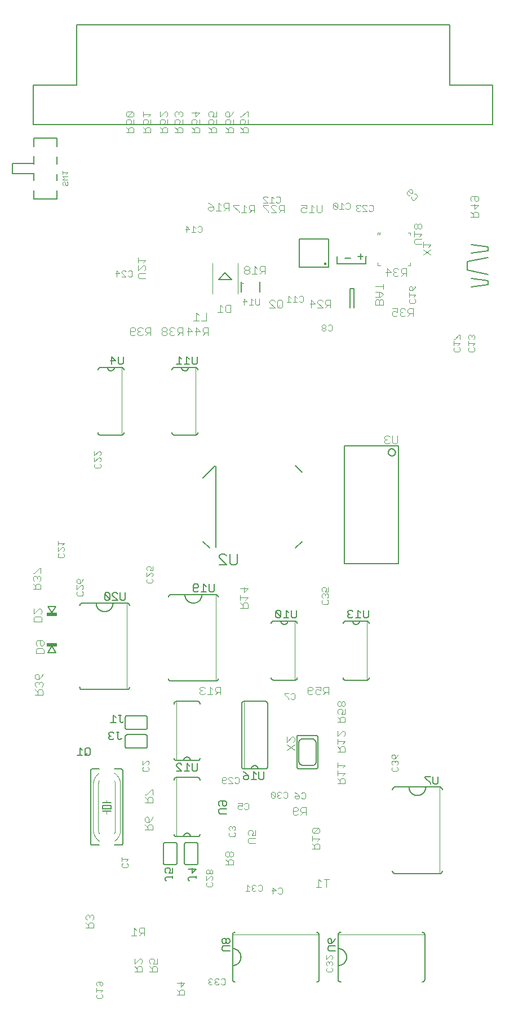
<source format=gbo>
G75*
%MOIN*%
%OFA0B0*%
%FSLAX25Y25*%
%IPPOS*%
%LPD*%
%AMOC8*
5,1,8,0,0,1.08239X$1,22.5*
%
%ADD10C,0.00500*%
%ADD11C,0.00700*%
%ADD12C,0.00400*%
%ADD13C,0.00300*%
%ADD14C,0.00800*%
%ADD15C,0.00600*%
%ADD16C,0.00200*%
%ADD17C,0.01761*%
%ADD18C,0.00787*%
%ADD19C,0.01181*%
%ADD20R,0.06200X0.02400*%
D10*
X0132030Y0171900D02*
X0135032Y0171900D01*
X0133531Y0171900D02*
X0133531Y0176404D01*
X0135032Y0174903D01*
X0136634Y0175653D02*
X0136634Y0172651D01*
X0137384Y0171900D01*
X0138886Y0171900D01*
X0139636Y0172651D01*
X0139636Y0175653D01*
X0138886Y0176404D01*
X0137384Y0176404D01*
X0136634Y0175653D01*
X0138135Y0173401D02*
X0136634Y0171900D01*
X0150572Y0181901D02*
X0151323Y0181150D01*
X0152824Y0181150D01*
X0153575Y0181901D01*
X0152073Y0183402D02*
X0151323Y0183402D01*
X0150572Y0182651D01*
X0150572Y0181901D01*
X0151323Y0183402D02*
X0150572Y0184153D01*
X0150572Y0184903D01*
X0151323Y0185654D01*
X0152824Y0185654D01*
X0153575Y0184903D01*
X0155176Y0185654D02*
X0156677Y0185654D01*
X0155927Y0185654D02*
X0155927Y0181901D01*
X0156677Y0181150D01*
X0157428Y0181150D01*
X0158178Y0181901D01*
X0157927Y0191150D02*
X0157177Y0191901D01*
X0157177Y0195654D01*
X0157927Y0195654D02*
X0156426Y0195654D01*
X0154825Y0194153D02*
X0153323Y0195654D01*
X0153323Y0191150D01*
X0151822Y0191150D02*
X0154825Y0191150D01*
X0157927Y0191150D02*
X0158678Y0191150D01*
X0159428Y0191901D01*
X0190780Y0166403D02*
X0191530Y0167154D01*
X0193032Y0167154D01*
X0193782Y0166403D01*
X0190780Y0166403D02*
X0190780Y0165653D01*
X0193782Y0162650D01*
X0190780Y0162650D01*
X0195384Y0162650D02*
X0198386Y0162650D01*
X0196885Y0162650D02*
X0196885Y0167154D01*
X0198386Y0165653D01*
X0199988Y0167154D02*
X0199988Y0163401D01*
X0200738Y0162650D01*
X0202240Y0162650D01*
X0202990Y0163401D01*
X0202990Y0167154D01*
X0216429Y0145049D02*
X0219432Y0145049D01*
X0220182Y0144298D01*
X0220182Y0142797D01*
X0219432Y0142046D01*
X0218681Y0142046D01*
X0217930Y0142797D01*
X0217930Y0145049D01*
X0216429Y0145049D02*
X0215678Y0144298D01*
X0215678Y0142797D01*
X0216429Y0142046D01*
X0216429Y0140445D02*
X0220182Y0140445D01*
X0220182Y0137442D02*
X0216429Y0137442D01*
X0215678Y0138193D01*
X0215678Y0139694D01*
X0216429Y0140445D01*
X0231030Y0157650D02*
X0230280Y0158401D01*
X0230280Y0159151D01*
X0231030Y0159902D01*
X0233282Y0159902D01*
X0233282Y0158401D01*
X0232532Y0157650D01*
X0231030Y0157650D01*
X0233282Y0159902D02*
X0231781Y0161403D01*
X0230280Y0162154D01*
X0234884Y0157650D02*
X0237886Y0157650D01*
X0236385Y0157650D02*
X0236385Y0162154D01*
X0237886Y0160653D01*
X0239488Y0162154D02*
X0239488Y0158401D01*
X0240238Y0157650D01*
X0241740Y0157650D01*
X0242490Y0158401D01*
X0242490Y0162154D01*
X0261879Y0165302D02*
X0261879Y0182862D01*
X0261880Y0182862D02*
X0261882Y0182920D01*
X0261888Y0182977D01*
X0261897Y0183034D01*
X0261910Y0183090D01*
X0261927Y0183145D01*
X0261947Y0183199D01*
X0261971Y0183251D01*
X0261998Y0183302D01*
X0262028Y0183351D01*
X0262062Y0183398D01*
X0262098Y0183442D01*
X0262138Y0183484D01*
X0262180Y0183524D01*
X0262224Y0183560D01*
X0262271Y0183594D01*
X0262320Y0183624D01*
X0262371Y0183651D01*
X0262423Y0183675D01*
X0262477Y0183695D01*
X0262532Y0183712D01*
X0262588Y0183725D01*
X0262645Y0183734D01*
X0262702Y0183740D01*
X0262760Y0183742D01*
X0262760Y0183743D02*
X0272971Y0183743D01*
X0272970Y0183742D02*
X0273041Y0183751D01*
X0273113Y0183756D01*
X0273185Y0183757D01*
X0273256Y0183754D01*
X0273328Y0183747D01*
X0273399Y0183737D01*
X0273469Y0183722D01*
X0273539Y0183704D01*
X0273607Y0183682D01*
X0273674Y0183656D01*
X0273739Y0183627D01*
X0273803Y0183594D01*
X0273865Y0183558D01*
X0273925Y0183519D01*
X0273983Y0183476D01*
X0274038Y0183430D01*
X0274091Y0183382D01*
X0274141Y0183330D01*
X0274188Y0183276D01*
X0274232Y0183220D01*
X0274274Y0183161D01*
X0274311Y0183100D01*
X0274346Y0183037D01*
X0274377Y0182972D01*
X0274404Y0182906D01*
X0274428Y0182838D01*
X0274448Y0182769D01*
X0274465Y0182700D01*
X0274477Y0182629D01*
X0274478Y0182629D02*
X0274478Y0165171D01*
X0274477Y0165171D02*
X0274465Y0165100D01*
X0274448Y0165031D01*
X0274428Y0164962D01*
X0274404Y0164894D01*
X0274377Y0164828D01*
X0274346Y0164763D01*
X0274311Y0164700D01*
X0274274Y0164639D01*
X0274232Y0164580D01*
X0274188Y0164524D01*
X0274141Y0164470D01*
X0274091Y0164418D01*
X0274038Y0164370D01*
X0273983Y0164324D01*
X0273925Y0164281D01*
X0273865Y0164242D01*
X0273803Y0164206D01*
X0273739Y0164173D01*
X0273674Y0164144D01*
X0273607Y0164118D01*
X0273539Y0164096D01*
X0273469Y0164078D01*
X0273399Y0164063D01*
X0273328Y0164053D01*
X0273256Y0164046D01*
X0273185Y0164043D01*
X0273113Y0164044D01*
X0273041Y0164049D01*
X0272970Y0164058D01*
X0272971Y0164057D02*
X0263124Y0164057D01*
X0263054Y0164059D01*
X0262985Y0164065D01*
X0262915Y0164075D01*
X0262847Y0164088D01*
X0262779Y0164106D01*
X0262713Y0164127D01*
X0262648Y0164152D01*
X0262584Y0164180D01*
X0262522Y0164212D01*
X0262462Y0164248D01*
X0262404Y0164287D01*
X0262348Y0164329D01*
X0262294Y0164374D01*
X0262244Y0164422D01*
X0262196Y0164472D01*
X0262151Y0164526D01*
X0262109Y0164582D01*
X0262070Y0164640D01*
X0262034Y0164700D01*
X0262002Y0164762D01*
X0261974Y0164826D01*
X0261949Y0164891D01*
X0261928Y0164957D01*
X0261910Y0165025D01*
X0261897Y0165093D01*
X0261887Y0165163D01*
X0261881Y0165232D01*
X0261879Y0165302D01*
X0263060Y0168388D02*
X0263060Y0179412D01*
X0263061Y0179412D02*
X0263063Y0179507D01*
X0263069Y0179602D01*
X0263078Y0179697D01*
X0263092Y0179791D01*
X0263109Y0179884D01*
X0263130Y0179977D01*
X0263154Y0180069D01*
X0263183Y0180160D01*
X0263214Y0180250D01*
X0263250Y0180338D01*
X0263289Y0180425D01*
X0263332Y0180510D01*
X0263377Y0180593D01*
X0263427Y0180674D01*
X0263479Y0180754D01*
X0263535Y0180831D01*
X0263593Y0180906D01*
X0263655Y0180978D01*
X0263720Y0181048D01*
X0263787Y0181115D01*
X0263857Y0181180D01*
X0263929Y0181242D01*
X0264004Y0181300D01*
X0264081Y0181356D01*
X0264161Y0181408D01*
X0264242Y0181458D01*
X0264325Y0181503D01*
X0264410Y0181546D01*
X0264497Y0181585D01*
X0264585Y0181621D01*
X0264675Y0181652D01*
X0264766Y0181681D01*
X0264858Y0181705D01*
X0264951Y0181726D01*
X0265044Y0181743D01*
X0265138Y0181757D01*
X0265233Y0181766D01*
X0265328Y0181772D01*
X0265423Y0181774D01*
X0270934Y0181774D01*
X0270935Y0181774D02*
X0271033Y0181765D01*
X0271130Y0181752D01*
X0271227Y0181735D01*
X0271323Y0181714D01*
X0271419Y0181690D01*
X0271513Y0181662D01*
X0271606Y0181631D01*
X0271698Y0181596D01*
X0271788Y0181557D01*
X0271877Y0181515D01*
X0271965Y0181470D01*
X0272050Y0181421D01*
X0272134Y0181369D01*
X0272215Y0181314D01*
X0272294Y0181256D01*
X0272372Y0181195D01*
X0272446Y0181131D01*
X0272518Y0181064D01*
X0272588Y0180995D01*
X0272655Y0180923D01*
X0272719Y0180848D01*
X0272780Y0180771D01*
X0272838Y0180692D01*
X0272893Y0180610D01*
X0272945Y0180526D01*
X0272993Y0180441D01*
X0273039Y0180354D01*
X0273081Y0180265D01*
X0273119Y0180174D01*
X0273154Y0180082D01*
X0273185Y0179989D01*
X0273213Y0179895D01*
X0273238Y0179800D01*
X0273258Y0179703D01*
X0273275Y0179606D01*
X0273288Y0179509D01*
X0273297Y0179411D01*
X0273303Y0179313D01*
X0273305Y0179215D01*
X0273303Y0179116D01*
X0273297Y0179018D01*
X0273297Y0168388D01*
X0273296Y0168388D02*
X0273302Y0168296D01*
X0273305Y0168204D01*
X0273304Y0168111D01*
X0273298Y0168019D01*
X0273289Y0167927D01*
X0273276Y0167836D01*
X0273259Y0167745D01*
X0273238Y0167655D01*
X0273213Y0167566D01*
X0273185Y0167479D01*
X0273153Y0167392D01*
X0273117Y0167307D01*
X0273078Y0167223D01*
X0273035Y0167142D01*
X0272989Y0167062D01*
X0272939Y0166984D01*
X0272886Y0166908D01*
X0272830Y0166835D01*
X0272771Y0166764D01*
X0272709Y0166696D01*
X0272644Y0166630D01*
X0272577Y0166567D01*
X0272506Y0166507D01*
X0272434Y0166451D01*
X0272359Y0166397D01*
X0272281Y0166346D01*
X0272202Y0166299D01*
X0272121Y0166255D01*
X0272038Y0166215D01*
X0271953Y0166178D01*
X0271867Y0166145D01*
X0271780Y0166116D01*
X0271691Y0166090D01*
X0271601Y0166068D01*
X0271511Y0166050D01*
X0271420Y0166036D01*
X0271328Y0166026D01*
X0265816Y0166026D01*
X0265816Y0166027D02*
X0265716Y0166021D01*
X0265615Y0166019D01*
X0265514Y0166021D01*
X0265413Y0166027D01*
X0265313Y0166037D01*
X0265213Y0166051D01*
X0265114Y0166069D01*
X0265016Y0166091D01*
X0264918Y0166117D01*
X0264822Y0166146D01*
X0264727Y0166179D01*
X0264633Y0166216D01*
X0264541Y0166257D01*
X0264450Y0166301D01*
X0264362Y0166349D01*
X0264275Y0166400D01*
X0264190Y0166454D01*
X0264107Y0166512D01*
X0264027Y0166573D01*
X0263949Y0166637D01*
X0263874Y0166704D01*
X0263802Y0166774D01*
X0263732Y0166847D01*
X0263665Y0166922D01*
X0263601Y0167000D01*
X0263541Y0167081D01*
X0263483Y0167163D01*
X0263429Y0167248D01*
X0263378Y0167335D01*
X0263331Y0167424D01*
X0263287Y0167515D01*
X0263247Y0167607D01*
X0263210Y0167701D01*
X0263177Y0167797D01*
X0263148Y0167893D01*
X0263123Y0167991D01*
X0263102Y0168089D01*
X0263084Y0168188D01*
X0263070Y0168288D01*
X0263061Y0168388D01*
X0260928Y0253150D02*
X0259427Y0253150D01*
X0258676Y0253901D01*
X0258676Y0257654D01*
X0257075Y0256153D02*
X0255573Y0257654D01*
X0255573Y0253150D01*
X0254072Y0253150D02*
X0257075Y0253150D01*
X0260928Y0253150D02*
X0261678Y0253901D01*
X0261678Y0257654D01*
X0252471Y0256903D02*
X0252471Y0253901D01*
X0249468Y0256903D01*
X0249468Y0253901D01*
X0250219Y0253150D01*
X0251720Y0253150D01*
X0252471Y0253901D01*
X0252471Y0256903D02*
X0251720Y0257654D01*
X0250219Y0257654D01*
X0249468Y0256903D01*
X0212928Y0269401D02*
X0212178Y0268650D01*
X0210677Y0268650D01*
X0209926Y0269401D01*
X0209926Y0273154D01*
X0208325Y0271653D02*
X0206823Y0273154D01*
X0206823Y0268650D01*
X0205322Y0268650D02*
X0208325Y0268650D01*
X0203721Y0269401D02*
X0202970Y0268650D01*
X0201469Y0268650D01*
X0200718Y0269401D01*
X0200718Y0272403D01*
X0201469Y0273154D01*
X0202970Y0273154D01*
X0203721Y0272403D01*
X0203721Y0271653D01*
X0202970Y0270902D01*
X0200718Y0270902D01*
X0212928Y0269401D02*
X0212928Y0273154D01*
X0160428Y0268154D02*
X0160428Y0264401D01*
X0159678Y0263650D01*
X0158177Y0263650D01*
X0157426Y0264401D01*
X0157426Y0268154D01*
X0155825Y0267403D02*
X0155074Y0268154D01*
X0153573Y0268154D01*
X0152822Y0267403D01*
X0152822Y0266653D01*
X0155825Y0263650D01*
X0152822Y0263650D01*
X0151221Y0264401D02*
X0148218Y0267403D01*
X0148218Y0264401D01*
X0148969Y0263650D01*
X0150470Y0263650D01*
X0151221Y0264401D01*
X0151221Y0267403D01*
X0150470Y0268154D01*
X0148969Y0268154D01*
X0148218Y0267403D01*
X0152323Y0403150D02*
X0152323Y0407654D01*
X0154575Y0405402D01*
X0151572Y0405402D01*
X0156176Y0403901D02*
X0156176Y0407654D01*
X0159178Y0407654D02*
X0159178Y0403901D01*
X0158428Y0403150D01*
X0156927Y0403150D01*
X0156176Y0403901D01*
X0190718Y0403150D02*
X0193721Y0403150D01*
X0192219Y0403150D02*
X0192219Y0407654D01*
X0193721Y0406153D01*
X0195322Y0403150D02*
X0198325Y0403150D01*
X0196823Y0403150D02*
X0196823Y0407654D01*
X0198325Y0406153D01*
X0199926Y0407654D02*
X0199926Y0403901D01*
X0200677Y0403150D01*
X0202178Y0403150D01*
X0202928Y0403901D01*
X0202928Y0407654D01*
X0263267Y0460632D02*
X0263267Y0477168D01*
X0280590Y0477168D01*
X0280590Y0460632D01*
X0263267Y0460632D01*
X0285767Y0462581D02*
X0302696Y0462581D01*
X0302696Y0466912D01*
X0303090Y0466912D01*
X0295610Y0448014D02*
X0295610Y0436597D01*
X0293247Y0436597D02*
X0293247Y0448014D01*
X0295610Y0448014D01*
X0285767Y0462581D02*
X0285767Y0466912D01*
X0352165Y0568457D02*
X0377755Y0568457D01*
X0377755Y0544835D01*
X0106102Y0544835D01*
X0106102Y0568457D01*
X0131692Y0568457D01*
X0131692Y0603890D01*
X0352165Y0603890D01*
X0352165Y0568457D01*
X0365098Y0473900D02*
X0375098Y0472650D01*
X0375098Y0470150D01*
X0365098Y0468900D01*
X0362598Y0463900D02*
X0362598Y0458900D01*
X0375098Y0456400D01*
X0375098Y0452650D02*
X0365098Y0453900D01*
X0365098Y0448900D02*
X0375098Y0450150D01*
X0375098Y0452650D01*
X0375098Y0466400D02*
X0362598Y0463900D01*
X0304178Y0257654D02*
X0304178Y0253901D01*
X0303428Y0253150D01*
X0301927Y0253150D01*
X0301176Y0253901D01*
X0301176Y0257654D01*
X0299575Y0256153D02*
X0298073Y0257654D01*
X0298073Y0253150D01*
X0296572Y0253150D02*
X0299575Y0253150D01*
X0294971Y0253901D02*
X0294220Y0253150D01*
X0292719Y0253150D01*
X0291968Y0253901D01*
X0291968Y0254651D01*
X0292719Y0255402D01*
X0293469Y0255402D01*
X0292719Y0255402D02*
X0291968Y0256153D01*
X0291968Y0256903D01*
X0292719Y0257654D01*
X0294220Y0257654D01*
X0294971Y0256903D01*
X0337822Y0159404D02*
X0337822Y0158653D01*
X0340825Y0155651D01*
X0340825Y0154900D01*
X0342426Y0155651D02*
X0342426Y0159404D01*
X0340825Y0159404D02*
X0337822Y0159404D01*
X0342426Y0155651D02*
X0343177Y0154900D01*
X0344678Y0154900D01*
X0345428Y0155651D01*
X0345428Y0159404D01*
X0284682Y0063799D02*
X0283932Y0062297D01*
X0282430Y0060796D01*
X0282430Y0063048D01*
X0281680Y0063799D01*
X0280929Y0063799D01*
X0280178Y0063048D01*
X0280178Y0061547D01*
X0280929Y0060796D01*
X0282430Y0060796D01*
X0280929Y0059195D02*
X0284682Y0059195D01*
X0284682Y0056192D02*
X0280929Y0056192D01*
X0280178Y0056943D01*
X0280178Y0058444D01*
X0280929Y0059195D01*
X0222182Y0059195D02*
X0218429Y0059195D01*
X0217678Y0058444D01*
X0217678Y0056943D01*
X0218429Y0056192D01*
X0222182Y0056192D01*
X0221432Y0060796D02*
X0220681Y0060796D01*
X0219930Y0061547D01*
X0219930Y0063048D01*
X0219180Y0063799D01*
X0218429Y0063799D01*
X0217678Y0063048D01*
X0217678Y0061547D01*
X0218429Y0060796D01*
X0219180Y0060796D01*
X0219930Y0061547D01*
X0219930Y0063048D02*
X0220681Y0063799D01*
X0221432Y0063799D01*
X0222182Y0063048D01*
X0222182Y0061547D01*
X0221432Y0060796D01*
X0202182Y0099193D02*
X0202182Y0100695D01*
X0202182Y0099944D02*
X0198429Y0099944D01*
X0197678Y0099193D01*
X0197678Y0098443D01*
X0198429Y0097692D01*
X0199930Y0102296D02*
X0199930Y0105299D01*
X0197678Y0104548D02*
X0202182Y0104548D01*
X0199930Y0102296D01*
X0188432Y0102296D02*
X0186180Y0102296D01*
X0186931Y0103797D01*
X0186931Y0104548D01*
X0186180Y0105299D01*
X0184679Y0105299D01*
X0183928Y0104548D01*
X0183928Y0103047D01*
X0184679Y0102296D01*
X0184679Y0099944D02*
X0188432Y0099944D01*
X0188432Y0099193D02*
X0188432Y0100695D01*
X0188432Y0102296D02*
X0188432Y0105299D01*
X0184679Y0099944D02*
X0183928Y0099193D01*
X0183928Y0098443D01*
X0184679Y0097692D01*
X0120068Y0500987D02*
X0106289Y0500987D01*
X0106289Y0501183D02*
X0106289Y0505908D01*
X0106289Y0511813D02*
X0106289Y0516144D01*
X0106289Y0515947D02*
X0093690Y0515947D01*
X0093690Y0521853D01*
X0106289Y0521853D01*
X0106289Y0521656D02*
X0106289Y0526380D01*
X0106289Y0531892D02*
X0106289Y0536617D01*
X0106289Y0536813D02*
X0120068Y0536813D01*
X0120068Y0536617D02*
X0120068Y0531892D01*
X0120068Y0525987D02*
X0120068Y0521656D01*
X0120068Y0515750D02*
X0120068Y0511813D01*
X0120068Y0505908D02*
X0120068Y0500987D01*
D11*
X0290339Y0466067D02*
X0293609Y0466067D01*
X0297879Y0466854D02*
X0301148Y0466854D01*
X0299514Y0468489D02*
X0299514Y0465219D01*
D12*
X0111732Y0207788D02*
X0107128Y0207788D01*
X0108663Y0207788D02*
X0108663Y0210090D01*
X0109430Y0210857D01*
X0110965Y0210857D01*
X0111732Y0210090D01*
X0111732Y0207788D01*
X0108663Y0209323D02*
X0107128Y0210857D01*
X0107896Y0212392D02*
X0107128Y0213159D01*
X0107128Y0214694D01*
X0107896Y0215461D01*
X0108663Y0215461D01*
X0109430Y0214694D01*
X0109430Y0213927D01*
X0109430Y0214694D02*
X0110198Y0215461D01*
X0110965Y0215461D01*
X0111732Y0214694D01*
X0111732Y0213159D01*
X0110965Y0212392D01*
X0109430Y0216996D02*
X0107896Y0216996D01*
X0107128Y0217763D01*
X0107128Y0219298D01*
X0107896Y0220065D01*
X0108663Y0220065D01*
X0109430Y0219298D01*
X0109430Y0216996D01*
X0110965Y0218531D01*
X0111732Y0220065D01*
X0112232Y0232142D02*
X0107628Y0232142D01*
X0107628Y0234444D01*
X0108396Y0235211D01*
X0111465Y0235211D01*
X0112232Y0234444D01*
X0112232Y0232142D01*
X0111465Y0236746D02*
X0110698Y0236746D01*
X0109930Y0237513D01*
X0109930Y0239815D01*
X0108396Y0239815D02*
X0111465Y0239815D01*
X0112232Y0239048D01*
X0112232Y0237513D01*
X0111465Y0236746D01*
X0108396Y0236746D02*
X0107628Y0237513D01*
X0107628Y0239048D01*
X0108396Y0239815D01*
X0106378Y0250892D02*
X0106378Y0253194D01*
X0107146Y0253961D01*
X0110215Y0253961D01*
X0110982Y0253194D01*
X0110982Y0250892D01*
X0106378Y0250892D01*
X0106378Y0255496D02*
X0109448Y0258565D01*
X0110215Y0258565D01*
X0110982Y0257798D01*
X0110982Y0256263D01*
X0110215Y0255496D01*
X0106378Y0255496D02*
X0106378Y0258565D01*
X0105878Y0270288D02*
X0110482Y0270288D01*
X0110482Y0272590D01*
X0109715Y0273357D01*
X0108180Y0273357D01*
X0107413Y0272590D01*
X0107413Y0270288D01*
X0107413Y0271823D02*
X0105878Y0273357D01*
X0106646Y0274892D02*
X0105878Y0275659D01*
X0105878Y0277194D01*
X0106646Y0277961D01*
X0107413Y0277961D01*
X0108180Y0277194D01*
X0108180Y0276427D01*
X0108180Y0277194D02*
X0108948Y0277961D01*
X0109715Y0277961D01*
X0110482Y0277194D01*
X0110482Y0275659D01*
X0109715Y0274892D01*
X0110482Y0279496D02*
X0110482Y0282565D01*
X0109715Y0282565D01*
X0106646Y0279496D01*
X0105878Y0279496D01*
X0175965Y0151773D02*
X0172896Y0148704D01*
X0172128Y0148704D01*
X0172128Y0147169D02*
X0173663Y0145635D01*
X0173663Y0146402D02*
X0173663Y0144100D01*
X0172128Y0144100D02*
X0176732Y0144100D01*
X0176732Y0146402D01*
X0175965Y0147169D01*
X0174430Y0147169D01*
X0173663Y0146402D01*
X0176732Y0148704D02*
X0176732Y0151773D01*
X0175965Y0151773D01*
X0176732Y0135523D02*
X0175965Y0133989D01*
X0174430Y0132454D01*
X0174430Y0134756D01*
X0173663Y0135523D01*
X0172896Y0135523D01*
X0172128Y0134756D01*
X0172128Y0133221D01*
X0172896Y0132454D01*
X0174430Y0132454D01*
X0174430Y0130919D02*
X0173663Y0130152D01*
X0173663Y0127850D01*
X0172128Y0127850D02*
X0176732Y0127850D01*
X0176732Y0130152D01*
X0175965Y0130919D01*
X0174430Y0130919D01*
X0173663Y0129385D02*
X0172128Y0130919D01*
X0140965Y0077565D02*
X0140198Y0077565D01*
X0139430Y0076798D01*
X0138663Y0077565D01*
X0137896Y0077565D01*
X0137128Y0076798D01*
X0137128Y0075263D01*
X0137896Y0074496D01*
X0137128Y0072961D02*
X0138663Y0071427D01*
X0138663Y0072194D02*
X0138663Y0069892D01*
X0137128Y0069892D02*
X0141732Y0069892D01*
X0141732Y0072194D01*
X0140965Y0072961D01*
X0139430Y0072961D01*
X0138663Y0072194D01*
X0140965Y0074496D02*
X0141732Y0075263D01*
X0141732Y0076798D01*
X0140965Y0077565D01*
X0139430Y0076798D02*
X0139430Y0076031D01*
X0164055Y0065350D02*
X0167125Y0065350D01*
X0168659Y0065350D02*
X0170194Y0066885D01*
X0169427Y0066885D02*
X0171728Y0066885D01*
X0171728Y0065350D02*
X0171728Y0069954D01*
X0169427Y0069954D01*
X0168659Y0069187D01*
X0168659Y0067652D01*
X0169427Y0066885D01*
X0167125Y0068419D02*
X0165590Y0069954D01*
X0165590Y0065350D01*
X0165878Y0051773D02*
X0165878Y0048704D01*
X0168948Y0051773D01*
X0169715Y0051773D01*
X0170482Y0051006D01*
X0170482Y0049471D01*
X0169715Y0048704D01*
X0169715Y0047169D02*
X0168180Y0047169D01*
X0167413Y0046402D01*
X0167413Y0044100D01*
X0165878Y0044100D02*
X0170482Y0044100D01*
X0170482Y0046402D01*
X0169715Y0047169D01*
X0167413Y0045635D02*
X0165878Y0047169D01*
X0174628Y0047169D02*
X0176163Y0045635D01*
X0176163Y0046402D02*
X0176163Y0044100D01*
X0174628Y0044100D02*
X0179232Y0044100D01*
X0179232Y0046402D01*
X0178465Y0047169D01*
X0176930Y0047169D01*
X0176163Y0046402D01*
X0175396Y0048704D02*
X0174628Y0049471D01*
X0174628Y0051006D01*
X0175396Y0051773D01*
X0176930Y0051773D01*
X0177698Y0051006D01*
X0177698Y0050239D01*
X0176930Y0048704D01*
X0179232Y0048704D01*
X0179232Y0051773D01*
X0190878Y0037256D02*
X0195482Y0037256D01*
X0193180Y0034954D01*
X0193180Y0038023D01*
X0193180Y0033419D02*
X0192413Y0032652D01*
X0192413Y0030350D01*
X0190878Y0030350D02*
X0195482Y0030350D01*
X0195482Y0032652D01*
X0194715Y0033419D01*
X0193180Y0033419D01*
X0192413Y0031885D02*
X0190878Y0033419D01*
X0219628Y0107392D02*
X0224232Y0107392D01*
X0224232Y0109694D01*
X0223465Y0110461D01*
X0221930Y0110461D01*
X0221163Y0109694D01*
X0221163Y0107392D01*
X0221163Y0108927D02*
X0219628Y0110461D01*
X0220396Y0111996D02*
X0221163Y0111996D01*
X0221930Y0112763D01*
X0221930Y0114298D01*
X0221163Y0115065D01*
X0220396Y0115065D01*
X0219628Y0114298D01*
X0219628Y0112763D01*
X0220396Y0111996D01*
X0221930Y0112763D02*
X0222698Y0111996D01*
X0223465Y0111996D01*
X0224232Y0112763D01*
X0224232Y0114298D01*
X0223465Y0115065D01*
X0222698Y0115065D01*
X0221930Y0114298D01*
X0232878Y0120659D02*
X0232878Y0122194D01*
X0233646Y0122961D01*
X0237482Y0122961D01*
X0237482Y0124496D02*
X0235180Y0124496D01*
X0235948Y0126031D01*
X0235948Y0126798D01*
X0235180Y0127565D01*
X0233646Y0127565D01*
X0232878Y0126798D01*
X0232878Y0125263D01*
X0233646Y0124496D01*
X0237482Y0124496D02*
X0237482Y0127565D01*
X0237482Y0119892D02*
X0233646Y0119892D01*
X0232878Y0120659D01*
X0259513Y0137367D02*
X0259513Y0140437D01*
X0260280Y0141204D01*
X0261815Y0141204D01*
X0262582Y0140437D01*
X0262582Y0139669D01*
X0261815Y0138902D01*
X0259513Y0138902D01*
X0259513Y0137367D02*
X0260280Y0136600D01*
X0261815Y0136600D01*
X0262582Y0137367D01*
X0264117Y0136600D02*
X0265652Y0138135D01*
X0264884Y0138135D02*
X0267186Y0138135D01*
X0267186Y0136600D02*
X0267186Y0141204D01*
X0264884Y0141204D01*
X0264117Y0140437D01*
X0264117Y0138902D01*
X0264884Y0138135D01*
X0271646Y0128877D02*
X0270878Y0128110D01*
X0270878Y0126575D01*
X0271646Y0125808D01*
X0274715Y0128877D01*
X0271646Y0128877D01*
X0274715Y0128877D02*
X0275482Y0128110D01*
X0275482Y0126575D01*
X0274715Y0125808D01*
X0271646Y0125808D01*
X0270878Y0124273D02*
X0270878Y0121204D01*
X0270878Y0122739D02*
X0275482Y0122739D01*
X0273948Y0121204D01*
X0274715Y0119669D02*
X0273180Y0119669D01*
X0272413Y0118902D01*
X0272413Y0116600D01*
X0270878Y0116600D02*
X0275482Y0116600D01*
X0275482Y0118902D01*
X0274715Y0119669D01*
X0272413Y0118135D02*
X0270878Y0119669D01*
X0274798Y0098704D02*
X0274798Y0094100D01*
X0276332Y0094100D02*
X0273263Y0094100D01*
X0276332Y0097169D02*
X0274798Y0098704D01*
X0277867Y0098704D02*
X0280936Y0098704D01*
X0279402Y0098704D02*
X0279402Y0094100D01*
X0285878Y0155288D02*
X0290482Y0155288D01*
X0290482Y0157590D01*
X0289715Y0158357D01*
X0288180Y0158357D01*
X0287413Y0157590D01*
X0287413Y0155288D01*
X0287413Y0156823D02*
X0285878Y0158357D01*
X0285878Y0159892D02*
X0285878Y0162961D01*
X0285878Y0161427D02*
X0290482Y0161427D01*
X0288948Y0159892D01*
X0288948Y0164496D02*
X0290482Y0166031D01*
X0285878Y0166031D01*
X0285878Y0167565D02*
X0285878Y0164496D01*
X0285878Y0174100D02*
X0290482Y0174100D01*
X0290482Y0176402D01*
X0289715Y0177169D01*
X0288180Y0177169D01*
X0287413Y0176402D01*
X0287413Y0174100D01*
X0287413Y0175635D02*
X0285878Y0177169D01*
X0285878Y0178704D02*
X0285878Y0181773D01*
X0285878Y0180239D02*
X0290482Y0180239D01*
X0288948Y0178704D01*
X0289715Y0183308D02*
X0290482Y0184075D01*
X0290482Y0185610D01*
X0289715Y0186377D01*
X0288948Y0186377D01*
X0285878Y0183308D01*
X0285878Y0186377D01*
X0285878Y0191600D02*
X0290482Y0191600D01*
X0290482Y0193902D01*
X0289715Y0194669D01*
X0288180Y0194669D01*
X0287413Y0193902D01*
X0287413Y0191600D01*
X0287413Y0193135D02*
X0285878Y0194669D01*
X0286646Y0196204D02*
X0285878Y0196971D01*
X0285878Y0198506D01*
X0286646Y0199273D01*
X0288180Y0199273D01*
X0288948Y0198506D01*
X0288948Y0197739D01*
X0288180Y0196204D01*
X0290482Y0196204D01*
X0290482Y0199273D01*
X0289715Y0200808D02*
X0288948Y0200808D01*
X0288180Y0201575D01*
X0288180Y0203110D01*
X0287413Y0203877D01*
X0286646Y0203877D01*
X0285878Y0203110D01*
X0285878Y0201575D01*
X0286646Y0200808D01*
X0287413Y0200808D01*
X0288180Y0201575D01*
X0288180Y0203110D02*
X0288948Y0203877D01*
X0289715Y0203877D01*
X0290482Y0203110D01*
X0290482Y0201575D01*
X0289715Y0200808D01*
X0280540Y0207850D02*
X0280540Y0212454D01*
X0278238Y0212454D01*
X0277471Y0211687D01*
X0277471Y0210152D01*
X0278238Y0209385D01*
X0280540Y0209385D01*
X0279006Y0209385D02*
X0277471Y0207850D01*
X0275936Y0208617D02*
X0275169Y0207850D01*
X0273634Y0207850D01*
X0272867Y0208617D01*
X0272867Y0210152D01*
X0273634Y0210919D01*
X0274402Y0210919D01*
X0275936Y0210152D01*
X0275936Y0212454D01*
X0272867Y0212454D01*
X0271332Y0211687D02*
X0271332Y0210919D01*
X0270565Y0210152D01*
X0268263Y0210152D01*
X0268263Y0211687D02*
X0269030Y0212454D01*
X0270565Y0212454D01*
X0271332Y0211687D01*
X0268263Y0211687D02*
X0268263Y0208617D01*
X0269030Y0207850D01*
X0270565Y0207850D01*
X0271332Y0208617D01*
X0259735Y0182802D02*
X0258967Y0182802D01*
X0255898Y0179732D01*
X0255898Y0182802D01*
X0259735Y0182802D02*
X0260502Y0182034D01*
X0260502Y0180500D01*
X0259735Y0179732D01*
X0260502Y0178198D02*
X0255898Y0175128D01*
X0255898Y0178198D02*
X0260502Y0175128D01*
X0216728Y0207850D02*
X0216728Y0212454D01*
X0214427Y0212454D01*
X0213659Y0211687D01*
X0213659Y0210152D01*
X0214427Y0209385D01*
X0216728Y0209385D01*
X0215194Y0209385D02*
X0213659Y0207850D01*
X0212125Y0207850D02*
X0209055Y0207850D01*
X0210590Y0207850D02*
X0210590Y0212454D01*
X0212125Y0210919D01*
X0207521Y0211687D02*
X0206753Y0212454D01*
X0205219Y0212454D01*
X0204451Y0211687D01*
X0204451Y0210919D01*
X0205219Y0210152D01*
X0204451Y0209385D01*
X0204451Y0208617D01*
X0205219Y0207850D01*
X0206753Y0207850D01*
X0207521Y0208617D01*
X0205986Y0210152D02*
X0205219Y0210152D01*
X0228378Y0259100D02*
X0232982Y0259100D01*
X0232982Y0261402D01*
X0232215Y0262169D01*
X0230680Y0262169D01*
X0229913Y0261402D01*
X0229913Y0259100D01*
X0229913Y0260635D02*
X0228378Y0262169D01*
X0228378Y0263704D02*
X0228378Y0266773D01*
X0228378Y0265239D02*
X0232982Y0265239D01*
X0231448Y0263704D01*
X0230680Y0268308D02*
X0230680Y0271377D01*
X0228378Y0270610D02*
X0232982Y0270610D01*
X0230680Y0268308D01*
X0314573Y0356350D02*
X0316107Y0356350D01*
X0316875Y0357117D01*
X0318409Y0357117D02*
X0318409Y0360954D01*
X0316875Y0360187D02*
X0316107Y0360954D01*
X0314573Y0360954D01*
X0313805Y0360187D01*
X0313805Y0359419D01*
X0314573Y0358652D01*
X0313805Y0357885D01*
X0313805Y0357117D01*
X0314573Y0356350D01*
X0314573Y0358652D02*
X0315340Y0358652D01*
X0318409Y0357117D02*
X0319177Y0356350D01*
X0320711Y0356350D01*
X0321478Y0357117D01*
X0321478Y0360954D01*
X0320565Y0431600D02*
X0321332Y0432367D01*
X0320565Y0431600D02*
X0319030Y0431600D01*
X0318263Y0432367D01*
X0318263Y0433902D01*
X0319030Y0434669D01*
X0319798Y0434669D01*
X0321332Y0433902D01*
X0321332Y0436204D01*
X0318263Y0436204D01*
X0322867Y0435437D02*
X0322867Y0434669D01*
X0323634Y0433902D01*
X0322867Y0433135D01*
X0322867Y0432367D01*
X0323634Y0431600D01*
X0325169Y0431600D01*
X0325936Y0432367D01*
X0327471Y0431600D02*
X0329006Y0433135D01*
X0328238Y0433135D02*
X0330540Y0433135D01*
X0330540Y0431600D02*
X0330540Y0436204D01*
X0328238Y0436204D01*
X0327471Y0435437D01*
X0327471Y0433902D01*
X0328238Y0433135D01*
X0325936Y0435437D02*
X0325169Y0436204D01*
X0323634Y0436204D01*
X0322867Y0435437D01*
X0323634Y0433902D02*
X0324402Y0433902D01*
X0312943Y0438418D02*
X0312943Y0440720D01*
X0312176Y0441487D01*
X0311408Y0441487D01*
X0310641Y0440720D01*
X0310641Y0438418D01*
X0308339Y0438418D02*
X0312943Y0438418D01*
X0310641Y0440720D02*
X0309874Y0441487D01*
X0309106Y0441487D01*
X0308339Y0440720D01*
X0308339Y0438418D01*
X0308339Y0443022D02*
X0311408Y0443022D01*
X0312943Y0444557D01*
X0311408Y0446091D01*
X0308339Y0446091D01*
X0310641Y0446091D02*
X0310641Y0443022D01*
X0312943Y0447626D02*
X0312943Y0450695D01*
X0312943Y0449161D02*
X0308339Y0449161D01*
X0315219Y0455350D02*
X0315219Y0459954D01*
X0317521Y0457652D01*
X0314451Y0457652D01*
X0319055Y0458419D02*
X0319823Y0457652D01*
X0319055Y0456885D01*
X0319055Y0456117D01*
X0319823Y0455350D01*
X0321357Y0455350D01*
X0322125Y0456117D01*
X0323659Y0455350D02*
X0325194Y0456885D01*
X0324427Y0456885D02*
X0326728Y0456885D01*
X0326728Y0455350D02*
X0326728Y0459954D01*
X0324427Y0459954D01*
X0323659Y0459187D01*
X0323659Y0457652D01*
X0324427Y0456885D01*
X0322125Y0459187D02*
X0321357Y0459954D01*
X0319823Y0459954D01*
X0319055Y0459187D01*
X0319055Y0458419D01*
X0319823Y0457652D02*
X0320590Y0457652D01*
X0327499Y0461754D02*
X0329074Y0461754D01*
X0329074Y0463329D01*
X0336548Y0467850D02*
X0341152Y0470919D01*
X0339617Y0472454D02*
X0341152Y0473989D01*
X0336548Y0473989D01*
X0335778Y0474139D02*
X0331941Y0474139D01*
X0331174Y0474907D01*
X0331174Y0476441D01*
X0331941Y0477209D01*
X0335778Y0477209D01*
X0336548Y0475523D02*
X0336548Y0472454D01*
X0336548Y0470919D02*
X0341152Y0467850D01*
X0334243Y0478743D02*
X0335778Y0480278D01*
X0331174Y0480278D01*
X0331174Y0478743D02*
X0331174Y0481813D01*
X0331941Y0483347D02*
X0332708Y0483347D01*
X0333476Y0484115D01*
X0333476Y0485649D01*
X0332708Y0486416D01*
X0331941Y0486416D01*
X0331174Y0485649D01*
X0331174Y0484115D01*
X0331941Y0483347D01*
X0333476Y0484115D02*
X0334243Y0483347D01*
X0335010Y0483347D01*
X0335778Y0484115D01*
X0335778Y0485649D01*
X0335010Y0486416D01*
X0334243Y0486416D01*
X0333476Y0485649D01*
X0329074Y0481046D02*
X0327499Y0481046D01*
X0329074Y0481046D02*
X0329074Y0479471D01*
X0311358Y0481046D02*
X0309783Y0481046D01*
X0309783Y0479471D01*
X0309783Y0463329D02*
X0309783Y0461754D01*
X0311358Y0461754D01*
X0281790Y0441204D02*
X0281790Y0436600D01*
X0281790Y0438135D02*
X0279488Y0438135D01*
X0278721Y0438902D01*
X0278721Y0440437D01*
X0279488Y0441204D01*
X0281790Y0441204D01*
X0280256Y0438135D02*
X0278721Y0436600D01*
X0277186Y0436600D02*
X0274117Y0439669D01*
X0274117Y0440437D01*
X0274884Y0441204D01*
X0276419Y0441204D01*
X0277186Y0440437D01*
X0277186Y0436600D02*
X0274117Y0436600D01*
X0272582Y0438902D02*
X0269513Y0438902D01*
X0270280Y0436600D02*
X0270280Y0441204D01*
X0272582Y0438902D01*
X0253436Y0440437D02*
X0252669Y0441204D01*
X0251134Y0441204D01*
X0250367Y0440437D01*
X0250367Y0437367D01*
X0251134Y0436600D01*
X0252669Y0436600D01*
X0253436Y0437367D01*
X0253436Y0440437D01*
X0251902Y0438135D02*
X0250367Y0436600D01*
X0248832Y0436600D02*
X0245763Y0439669D01*
X0245763Y0440437D01*
X0246530Y0441204D01*
X0248065Y0441204D01*
X0248832Y0440437D01*
X0248832Y0436600D02*
X0245763Y0436600D01*
X0239778Y0439000D02*
X0239177Y0438399D01*
X0237976Y0438399D01*
X0237376Y0439000D01*
X0237376Y0442002D01*
X0236095Y0440801D02*
X0234894Y0442002D01*
X0234894Y0438399D01*
X0236095Y0438399D02*
X0233693Y0438399D01*
X0232412Y0440201D02*
X0230010Y0440201D01*
X0230610Y0442002D02*
X0230610Y0438399D01*
X0232412Y0440201D02*
X0230610Y0442002D01*
X0226928Y0445000D02*
X0226928Y0462800D01*
X0230763Y0460437D02*
X0230763Y0459669D01*
X0231530Y0458902D01*
X0233065Y0458902D01*
X0233832Y0459669D01*
X0233832Y0460437D01*
X0233065Y0461204D01*
X0231530Y0461204D01*
X0230763Y0460437D01*
X0231530Y0458902D02*
X0230763Y0458135D01*
X0230763Y0457367D01*
X0231530Y0456600D01*
X0233065Y0456600D01*
X0233832Y0457367D01*
X0233832Y0458135D01*
X0233065Y0458902D01*
X0235367Y0456600D02*
X0238436Y0456600D01*
X0236902Y0456600D02*
X0236902Y0461204D01*
X0238436Y0459669D01*
X0239971Y0458902D02*
X0240738Y0458135D01*
X0243040Y0458135D01*
X0241506Y0458135D02*
X0239971Y0456600D01*
X0239971Y0458902D02*
X0239971Y0460437D01*
X0240738Y0461204D01*
X0243040Y0461204D01*
X0243040Y0456600D01*
X0239778Y0442002D02*
X0239778Y0439000D01*
X0222728Y0438454D02*
X0220427Y0438454D01*
X0219659Y0437687D01*
X0219659Y0434617D01*
X0220427Y0433850D01*
X0222728Y0433850D01*
X0222728Y0438454D01*
X0218125Y0436919D02*
X0216590Y0438454D01*
X0216590Y0433850D01*
X0218125Y0433850D02*
X0215055Y0433850D01*
X0211928Y0445000D02*
X0211928Y0462800D01*
X0208436Y0433704D02*
X0208436Y0429100D01*
X0205367Y0429100D01*
X0203832Y0429100D02*
X0200763Y0429100D01*
X0202298Y0429100D02*
X0202298Y0433704D01*
X0203832Y0432169D01*
X0202323Y0424954D02*
X0204625Y0422652D01*
X0201555Y0422652D01*
X0200021Y0422652D02*
X0196951Y0422652D01*
X0197719Y0424954D02*
X0200021Y0422652D01*
X0202323Y0420350D02*
X0202323Y0424954D01*
X0206159Y0424187D02*
X0206159Y0422652D01*
X0206927Y0421885D01*
X0209228Y0421885D01*
X0207694Y0421885D02*
X0206159Y0420350D01*
X0209228Y0420350D02*
X0209228Y0424954D01*
X0206927Y0424954D01*
X0206159Y0424187D01*
X0197719Y0424954D02*
X0197719Y0420350D01*
X0194228Y0420350D02*
X0194228Y0424954D01*
X0191927Y0424954D01*
X0191159Y0424187D01*
X0191159Y0422652D01*
X0191927Y0421885D01*
X0194228Y0421885D01*
X0192694Y0421885D02*
X0191159Y0420350D01*
X0189625Y0421117D02*
X0188857Y0420350D01*
X0187323Y0420350D01*
X0186555Y0421117D01*
X0186555Y0421885D01*
X0187323Y0422652D01*
X0188090Y0422652D01*
X0187323Y0422652D02*
X0186555Y0423419D01*
X0186555Y0424187D01*
X0187323Y0424954D01*
X0188857Y0424954D01*
X0189625Y0424187D01*
X0185021Y0424187D02*
X0185021Y0423419D01*
X0184253Y0422652D01*
X0182719Y0422652D01*
X0181951Y0421885D01*
X0181951Y0421117D01*
X0182719Y0420350D01*
X0184253Y0420350D01*
X0185021Y0421117D01*
X0185021Y0421885D01*
X0184253Y0422652D01*
X0182719Y0422652D02*
X0181951Y0423419D01*
X0181951Y0424187D01*
X0182719Y0424954D01*
X0184253Y0424954D01*
X0185021Y0424187D01*
X0175478Y0424954D02*
X0173177Y0424954D01*
X0172409Y0424187D01*
X0172409Y0422652D01*
X0173177Y0421885D01*
X0175478Y0421885D01*
X0173944Y0421885D02*
X0172409Y0420350D01*
X0170875Y0421117D02*
X0170107Y0420350D01*
X0168573Y0420350D01*
X0167805Y0421117D01*
X0167805Y0421885D01*
X0168573Y0422652D01*
X0169340Y0422652D01*
X0168573Y0422652D02*
X0167805Y0423419D01*
X0167805Y0424187D01*
X0168573Y0424954D01*
X0170107Y0424954D01*
X0170875Y0424187D01*
X0175478Y0424954D02*
X0175478Y0420350D01*
X0166271Y0421117D02*
X0165503Y0420350D01*
X0163969Y0420350D01*
X0163201Y0421117D01*
X0163201Y0424187D01*
X0163969Y0424954D01*
X0165503Y0424954D01*
X0166271Y0424187D01*
X0166271Y0423419D01*
X0165503Y0422652D01*
X0163201Y0422652D01*
X0168646Y0454038D02*
X0167878Y0454806D01*
X0167878Y0456340D01*
X0168646Y0457107D01*
X0172482Y0457107D01*
X0171715Y0458642D02*
X0172482Y0459409D01*
X0172482Y0460944D01*
X0171715Y0461711D01*
X0170948Y0461711D01*
X0167878Y0458642D01*
X0167878Y0461711D01*
X0167878Y0463246D02*
X0167878Y0466315D01*
X0167878Y0464781D02*
X0172482Y0464781D01*
X0170948Y0463246D01*
X0172482Y0454038D02*
X0168646Y0454038D01*
X0209451Y0494867D02*
X0209451Y0495635D01*
X0210219Y0496402D01*
X0212521Y0496402D01*
X0212521Y0494867D01*
X0211753Y0494100D01*
X0210219Y0494100D01*
X0209451Y0494867D01*
X0210986Y0497937D02*
X0212521Y0496402D01*
X0210986Y0497937D02*
X0209451Y0498704D01*
X0215590Y0498704D02*
X0215590Y0494100D01*
X0217125Y0494100D02*
X0214055Y0494100D01*
X0217125Y0497169D02*
X0215590Y0498704D01*
X0218659Y0497937D02*
X0218659Y0496402D01*
X0219427Y0495635D01*
X0221728Y0495635D01*
X0220194Y0495635D02*
X0218659Y0494100D01*
X0221728Y0494100D02*
X0221728Y0498704D01*
X0219427Y0498704D01*
X0218659Y0497937D01*
X0224451Y0497454D02*
X0224451Y0496687D01*
X0227521Y0493617D01*
X0227521Y0492850D01*
X0229055Y0492850D02*
X0232125Y0492850D01*
X0233659Y0492850D02*
X0235194Y0494385D01*
X0234427Y0494385D02*
X0236728Y0494385D01*
X0236728Y0492850D02*
X0236728Y0497454D01*
X0234427Y0497454D01*
X0233659Y0496687D01*
X0233659Y0495152D01*
X0234427Y0494385D01*
X0232125Y0495919D02*
X0230590Y0497454D01*
X0230590Y0492850D01*
X0227521Y0497454D02*
X0224451Y0497454D01*
X0241951Y0497454D02*
X0241951Y0496687D01*
X0245021Y0493617D01*
X0245021Y0492850D01*
X0246555Y0492850D02*
X0249625Y0492850D01*
X0246555Y0495919D01*
X0246555Y0496687D01*
X0247323Y0497454D01*
X0248857Y0497454D01*
X0249625Y0496687D01*
X0251159Y0496687D02*
X0251159Y0495152D01*
X0251927Y0494385D01*
X0254228Y0494385D01*
X0252694Y0494385D02*
X0251159Y0492850D01*
X0254228Y0492850D02*
X0254228Y0497454D01*
X0251927Y0497454D01*
X0251159Y0496687D01*
X0245021Y0497454D02*
X0241951Y0497454D01*
X0264451Y0497454D02*
X0267521Y0497454D01*
X0267521Y0495152D01*
X0265986Y0495919D01*
X0265219Y0495919D01*
X0264451Y0495152D01*
X0264451Y0493617D01*
X0265219Y0492850D01*
X0266753Y0492850D01*
X0267521Y0493617D01*
X0269055Y0492850D02*
X0272125Y0492850D01*
X0270590Y0492850D02*
X0270590Y0497454D01*
X0272125Y0495919D01*
X0273659Y0497454D02*
X0273659Y0493617D01*
X0274427Y0492850D01*
X0275961Y0492850D01*
X0276728Y0493617D01*
X0276728Y0497454D01*
X0232982Y0540350D02*
X0232982Y0542652D01*
X0232215Y0543419D01*
X0230680Y0543419D01*
X0229913Y0542652D01*
X0229913Y0540350D01*
X0228378Y0540350D02*
X0232982Y0540350D01*
X0229913Y0541885D02*
X0228378Y0543419D01*
X0229146Y0544954D02*
X0228378Y0545721D01*
X0228378Y0547256D01*
X0229146Y0548023D01*
X0230680Y0548023D01*
X0231448Y0547256D01*
X0231448Y0546489D01*
X0230680Y0544954D01*
X0232982Y0544954D01*
X0232982Y0548023D01*
X0232982Y0549558D02*
X0232982Y0552627D01*
X0232215Y0552627D01*
X0229146Y0549558D01*
X0228378Y0549558D01*
X0224232Y0548023D02*
X0224232Y0544954D01*
X0221930Y0544954D01*
X0222698Y0546489D01*
X0222698Y0547256D01*
X0221930Y0548023D01*
X0220396Y0548023D01*
X0219628Y0547256D01*
X0219628Y0545721D01*
X0220396Y0544954D01*
X0219628Y0543419D02*
X0221163Y0541885D01*
X0221163Y0542652D02*
X0221163Y0540350D01*
X0219628Y0540350D02*
X0224232Y0540350D01*
X0224232Y0542652D01*
X0223465Y0543419D01*
X0221930Y0543419D01*
X0221163Y0542652D01*
X0220396Y0549558D02*
X0219628Y0550325D01*
X0219628Y0551860D01*
X0220396Y0552627D01*
X0221163Y0552627D01*
X0221930Y0551860D01*
X0221930Y0549558D01*
X0220396Y0549558D01*
X0221930Y0549558D02*
X0223465Y0551092D01*
X0224232Y0552627D01*
X0214232Y0552627D02*
X0214232Y0549558D01*
X0211930Y0549558D01*
X0212698Y0551092D01*
X0212698Y0551860D01*
X0211930Y0552627D01*
X0210396Y0552627D01*
X0209628Y0551860D01*
X0209628Y0550325D01*
X0210396Y0549558D01*
X0210396Y0548023D02*
X0209628Y0547256D01*
X0209628Y0545721D01*
X0210396Y0544954D01*
X0211930Y0544954D02*
X0212698Y0546489D01*
X0212698Y0547256D01*
X0211930Y0548023D01*
X0210396Y0548023D01*
X0211930Y0544954D02*
X0214232Y0544954D01*
X0214232Y0548023D01*
X0213465Y0543419D02*
X0211930Y0543419D01*
X0211163Y0542652D01*
X0211163Y0540350D01*
X0209628Y0540350D02*
X0214232Y0540350D01*
X0214232Y0542652D01*
X0213465Y0543419D01*
X0211163Y0541885D02*
X0209628Y0543419D01*
X0204232Y0542652D02*
X0203465Y0543419D01*
X0201930Y0543419D01*
X0201163Y0542652D01*
X0201163Y0540350D01*
X0199628Y0540350D02*
X0204232Y0540350D01*
X0204232Y0542652D01*
X0204232Y0544954D02*
X0201930Y0544954D01*
X0202698Y0546489D01*
X0202698Y0547256D01*
X0201930Y0548023D01*
X0200396Y0548023D01*
X0199628Y0547256D01*
X0199628Y0545721D01*
X0200396Y0544954D01*
X0199628Y0543419D02*
X0201163Y0541885D01*
X0204232Y0544954D02*
X0204232Y0548023D01*
X0201930Y0549558D02*
X0201930Y0552627D01*
X0199628Y0551860D02*
X0204232Y0551860D01*
X0201930Y0549558D01*
X0194232Y0550325D02*
X0194232Y0551860D01*
X0193465Y0552627D01*
X0192698Y0552627D01*
X0191930Y0551860D01*
X0191163Y0552627D01*
X0190396Y0552627D01*
X0189628Y0551860D01*
X0189628Y0550325D01*
X0190396Y0549558D01*
X0190396Y0548023D02*
X0189628Y0547256D01*
X0189628Y0545721D01*
X0190396Y0544954D01*
X0191930Y0544954D02*
X0192698Y0546489D01*
X0192698Y0547256D01*
X0191930Y0548023D01*
X0190396Y0548023D01*
X0191930Y0544954D02*
X0194232Y0544954D01*
X0194232Y0548023D01*
X0193465Y0549558D02*
X0194232Y0550325D01*
X0191930Y0551092D02*
X0191930Y0551860D01*
X0185482Y0551860D02*
X0185482Y0550325D01*
X0184715Y0549558D01*
X0185482Y0548023D02*
X0185482Y0544954D01*
X0183180Y0544954D01*
X0183948Y0546489D01*
X0183948Y0547256D01*
X0183180Y0548023D01*
X0181646Y0548023D01*
X0180878Y0547256D01*
X0180878Y0545721D01*
X0181646Y0544954D01*
X0180878Y0543419D02*
X0182413Y0541885D01*
X0182413Y0542652D02*
X0182413Y0540350D01*
X0180878Y0540350D02*
X0185482Y0540350D01*
X0185482Y0542652D01*
X0184715Y0543419D01*
X0183180Y0543419D01*
X0182413Y0542652D01*
X0180878Y0549558D02*
X0183948Y0552627D01*
X0184715Y0552627D01*
X0185482Y0551860D01*
X0180878Y0552627D02*
X0180878Y0549558D01*
X0175482Y0551092D02*
X0170878Y0551092D01*
X0170878Y0549558D02*
X0170878Y0552627D01*
X0173948Y0549558D02*
X0175482Y0551092D01*
X0175482Y0548023D02*
X0175482Y0544954D01*
X0173180Y0544954D01*
X0173948Y0546489D01*
X0173948Y0547256D01*
X0173180Y0548023D01*
X0171646Y0548023D01*
X0170878Y0547256D01*
X0170878Y0545721D01*
X0171646Y0544954D01*
X0170878Y0543419D02*
X0172413Y0541885D01*
X0172413Y0542652D02*
X0172413Y0540350D01*
X0170878Y0540350D02*
X0175482Y0540350D01*
X0175482Y0542652D01*
X0174715Y0543419D01*
X0173180Y0543419D01*
X0172413Y0542652D01*
X0165482Y0542652D02*
X0164715Y0543419D01*
X0163180Y0543419D01*
X0162413Y0542652D01*
X0162413Y0540350D01*
X0160878Y0540350D02*
X0165482Y0540350D01*
X0165482Y0542652D01*
X0165482Y0544954D02*
X0163180Y0544954D01*
X0163948Y0546489D01*
X0163948Y0547256D01*
X0163180Y0548023D01*
X0161646Y0548023D01*
X0160878Y0547256D01*
X0160878Y0545721D01*
X0161646Y0544954D01*
X0160878Y0543419D02*
X0162413Y0541885D01*
X0165482Y0544954D02*
X0165482Y0548023D01*
X0164715Y0549558D02*
X0165482Y0550325D01*
X0165482Y0551860D01*
X0164715Y0552627D01*
X0161646Y0549558D01*
X0160878Y0550325D01*
X0160878Y0551860D01*
X0161646Y0552627D01*
X0164715Y0552627D01*
X0164715Y0549558D02*
X0161646Y0549558D01*
X0189628Y0543419D02*
X0191163Y0541885D01*
X0191163Y0542652D02*
X0191163Y0540350D01*
X0189628Y0540350D02*
X0194232Y0540350D01*
X0194232Y0542652D01*
X0193465Y0543419D01*
X0191930Y0543419D01*
X0191163Y0542652D01*
X0126481Y0516580D02*
X0125447Y0515545D01*
X0126481Y0516580D02*
X0123378Y0516580D01*
X0123378Y0517614D02*
X0123378Y0515545D01*
X0123378Y0514391D02*
X0126481Y0514391D01*
X0126481Y0512323D02*
X0123378Y0512323D01*
X0124413Y0513357D01*
X0123378Y0514391D01*
X0123896Y0511168D02*
X0123378Y0510651D01*
X0123378Y0509617D01*
X0123896Y0509100D01*
X0124930Y0509617D02*
X0125447Y0509100D01*
X0125964Y0509100D01*
X0126481Y0509617D01*
X0126481Y0510651D01*
X0125964Y0511168D01*
X0124930Y0510651D02*
X0124413Y0511168D01*
X0123896Y0511168D01*
X0124930Y0510651D02*
X0124930Y0509617D01*
X0364628Y0501860D02*
X0365396Y0502627D01*
X0368465Y0502627D01*
X0369232Y0501860D01*
X0369232Y0500325D01*
X0368465Y0499558D01*
X0367698Y0499558D01*
X0366930Y0500325D01*
X0366930Y0502627D01*
X0364628Y0501860D02*
X0364628Y0500325D01*
X0365396Y0499558D01*
X0366930Y0498023D02*
X0366930Y0494954D01*
X0369232Y0497256D01*
X0364628Y0497256D01*
X0364628Y0493419D02*
X0366163Y0491885D01*
X0366163Y0492652D02*
X0366163Y0490350D01*
X0364628Y0490350D02*
X0369232Y0490350D01*
X0369232Y0492652D01*
X0368465Y0493419D01*
X0366930Y0493419D01*
X0366163Y0492652D01*
D13*
X0333080Y0502196D02*
X0331335Y0500451D01*
X0330462Y0500451D01*
X0329589Y0501323D01*
X0329589Y0502196D01*
X0328730Y0503055D02*
X0327857Y0503055D01*
X0326985Y0503928D01*
X0326985Y0504801D01*
X0328730Y0506546D01*
X0329603Y0506546D01*
X0330476Y0505673D01*
X0330476Y0504801D01*
X0330040Y0504364D01*
X0329167Y0504364D01*
X0327857Y0505673D01*
X0331335Y0503942D02*
X0332208Y0503942D01*
X0333080Y0503069D01*
X0333080Y0502196D01*
X0306965Y0496831D02*
X0306965Y0494362D01*
X0306348Y0493745D01*
X0305114Y0493745D01*
X0304497Y0494362D01*
X0303282Y0493745D02*
X0300814Y0496214D01*
X0300814Y0496831D01*
X0301431Y0497448D01*
X0302665Y0497448D01*
X0303282Y0496831D01*
X0304497Y0496831D02*
X0305114Y0497448D01*
X0306348Y0497448D01*
X0306965Y0496831D01*
X0303282Y0493745D02*
X0300814Y0493745D01*
X0299599Y0494362D02*
X0298982Y0493745D01*
X0297748Y0493745D01*
X0297130Y0494362D01*
X0297130Y0494979D01*
X0297748Y0495596D01*
X0298365Y0495596D01*
X0297748Y0495596D02*
X0297130Y0496214D01*
X0297130Y0496831D01*
X0297748Y0497448D01*
X0298982Y0497448D01*
X0299599Y0496831D01*
X0293215Y0495612D02*
X0292598Y0494995D01*
X0291364Y0494995D01*
X0290747Y0495612D01*
X0289532Y0494995D02*
X0287064Y0494995D01*
X0288298Y0494995D02*
X0288298Y0498698D01*
X0289532Y0497464D01*
X0290747Y0498081D02*
X0291364Y0498698D01*
X0292598Y0498698D01*
X0293215Y0498081D01*
X0293215Y0495612D01*
X0285849Y0495612D02*
X0285232Y0494995D01*
X0283998Y0494995D01*
X0283380Y0495612D01*
X0283380Y0498081D01*
X0285849Y0495612D01*
X0285849Y0498081D01*
X0285232Y0498698D01*
X0283998Y0498698D01*
X0283380Y0498081D01*
X0251965Y0499362D02*
X0251348Y0498745D01*
X0250114Y0498745D01*
X0249497Y0499362D01*
X0248282Y0498745D02*
X0245814Y0498745D01*
X0244599Y0498745D02*
X0242130Y0501214D01*
X0242130Y0501831D01*
X0242748Y0502448D01*
X0243982Y0502448D01*
X0244599Y0501831D01*
X0247048Y0502448D02*
X0247048Y0498745D01*
X0244599Y0498745D02*
X0242130Y0498745D01*
X0247048Y0502448D02*
X0248282Y0501214D01*
X0249497Y0501831D02*
X0250114Y0502448D01*
X0251348Y0502448D01*
X0251965Y0501831D01*
X0251965Y0499362D01*
X0257115Y0443698D02*
X0257115Y0439995D01*
X0258349Y0439995D02*
X0255880Y0439995D01*
X0258349Y0442464D02*
X0257115Y0443698D01*
X0260798Y0443698D02*
X0260798Y0439995D01*
X0262032Y0439995D02*
X0259564Y0439995D01*
X0262032Y0442464D02*
X0260798Y0443698D01*
X0263247Y0443081D02*
X0263864Y0443698D01*
X0265098Y0443698D01*
X0265715Y0443081D01*
X0265715Y0440612D01*
X0265098Y0439995D01*
X0263864Y0439995D01*
X0263247Y0440612D01*
X0277173Y0426558D02*
X0276556Y0425941D01*
X0276556Y0425324D01*
X0277173Y0424707D01*
X0278407Y0424707D01*
X0279025Y0425324D01*
X0279025Y0425941D01*
X0278407Y0426558D01*
X0277173Y0426558D01*
X0277173Y0424707D02*
X0276556Y0424090D01*
X0276556Y0423472D01*
X0277173Y0422855D01*
X0278407Y0422855D01*
X0279025Y0423472D01*
X0279025Y0424090D01*
X0278407Y0424707D01*
X0280239Y0425941D02*
X0280856Y0426558D01*
X0282091Y0426558D01*
X0282708Y0425941D01*
X0282708Y0423472D01*
X0282091Y0422855D01*
X0280856Y0422855D01*
X0280239Y0423472D01*
X0328384Y0440055D02*
X0328384Y0441289D01*
X0329001Y0441906D01*
X0328384Y0443121D02*
X0328384Y0445589D01*
X0328384Y0444355D02*
X0332087Y0444355D01*
X0330852Y0443121D01*
X0331470Y0441906D02*
X0332087Y0441289D01*
X0332087Y0440055D01*
X0331470Y0439438D01*
X0329001Y0439438D01*
X0328384Y0440055D01*
X0329001Y0446804D02*
X0328384Y0447421D01*
X0328384Y0448655D01*
X0329001Y0449273D01*
X0329618Y0449273D01*
X0330235Y0448655D01*
X0330235Y0446804D01*
X0329001Y0446804D01*
X0330235Y0446804D02*
X0331470Y0448038D01*
X0332087Y0449273D01*
X0354634Y0418054D02*
X0355251Y0418054D01*
X0357720Y0420523D01*
X0358337Y0420523D01*
X0358337Y0418054D01*
X0358337Y0415605D02*
X0354634Y0415605D01*
X0354634Y0414371D02*
X0354634Y0416839D01*
X0357102Y0414371D02*
X0358337Y0415605D01*
X0357720Y0413156D02*
X0358337Y0412539D01*
X0358337Y0411305D01*
X0357720Y0410688D01*
X0355251Y0410688D01*
X0354634Y0411305D01*
X0354634Y0412539D01*
X0355251Y0413156D01*
X0363384Y0412539D02*
X0364001Y0413156D01*
X0363384Y0412539D02*
X0363384Y0411305D01*
X0364001Y0410688D01*
X0366470Y0410688D01*
X0367087Y0411305D01*
X0367087Y0412539D01*
X0366470Y0413156D01*
X0365852Y0414371D02*
X0367087Y0415605D01*
X0363384Y0415605D01*
X0363384Y0414371D02*
X0363384Y0416839D01*
X0364001Y0418054D02*
X0363384Y0418671D01*
X0363384Y0419905D01*
X0364001Y0420523D01*
X0364618Y0420523D01*
X0365235Y0419905D01*
X0365235Y0419288D01*
X0365235Y0419905D02*
X0365852Y0420523D01*
X0366470Y0420523D01*
X0367087Y0419905D01*
X0367087Y0418671D01*
X0366470Y0418054D01*
X0280477Y0271198D02*
X0280477Y0268729D01*
X0278625Y0268729D01*
X0279242Y0269964D01*
X0279242Y0270581D01*
X0278625Y0271198D01*
X0277391Y0271198D01*
X0276773Y0270581D01*
X0276773Y0269346D01*
X0277391Y0268729D01*
X0277391Y0267515D02*
X0276773Y0266898D01*
X0276773Y0265663D01*
X0277391Y0265046D01*
X0277391Y0263832D02*
X0276773Y0263215D01*
X0276773Y0261980D01*
X0277391Y0261363D01*
X0279859Y0261363D01*
X0280477Y0261980D01*
X0280477Y0263215D01*
X0279859Y0263832D01*
X0279859Y0265046D02*
X0280477Y0265663D01*
X0280477Y0266898D01*
X0279859Y0267515D01*
X0279242Y0267515D01*
X0278625Y0266898D01*
X0278008Y0267515D01*
X0277391Y0267515D01*
X0278625Y0266898D02*
X0278625Y0266281D01*
X0260098Y0208698D02*
X0258864Y0208698D01*
X0258247Y0208081D01*
X0257032Y0208698D02*
X0254564Y0208698D01*
X0254564Y0208081D01*
X0257032Y0205612D01*
X0257032Y0204995D01*
X0258247Y0205612D02*
X0258864Y0204995D01*
X0260098Y0204995D01*
X0260715Y0205612D01*
X0260715Y0208081D01*
X0260098Y0208698D01*
X0255774Y0150308D02*
X0254539Y0150308D01*
X0253922Y0149691D01*
X0252708Y0149691D02*
X0252091Y0150308D01*
X0250856Y0150308D01*
X0250239Y0149691D01*
X0250239Y0149074D01*
X0250856Y0148457D01*
X0250239Y0147840D01*
X0250239Y0147222D01*
X0250856Y0146605D01*
X0252091Y0146605D01*
X0252708Y0147222D01*
X0253922Y0147222D02*
X0254539Y0146605D01*
X0255774Y0146605D01*
X0256391Y0147222D01*
X0256391Y0149691D01*
X0255774Y0150308D01*
X0260814Y0149948D02*
X0262048Y0149331D01*
X0263282Y0148096D01*
X0261431Y0148096D01*
X0260814Y0147479D01*
X0260814Y0146862D01*
X0261431Y0146245D01*
X0262665Y0146245D01*
X0263282Y0146862D01*
X0263282Y0148096D01*
X0264497Y0146862D02*
X0265114Y0146245D01*
X0266348Y0146245D01*
X0266965Y0146862D01*
X0266965Y0149331D01*
X0266348Y0149948D01*
X0265114Y0149948D01*
X0264497Y0149331D01*
X0251473Y0148457D02*
X0250856Y0148457D01*
X0249025Y0149691D02*
X0248407Y0150308D01*
X0247173Y0150308D01*
X0246556Y0149691D01*
X0249025Y0147222D01*
X0248407Y0146605D01*
X0247173Y0146605D01*
X0246556Y0147222D01*
X0246556Y0149691D01*
X0249025Y0149691D02*
X0249025Y0147222D01*
X0233215Y0143081D02*
X0233215Y0140612D01*
X0232598Y0139995D01*
X0231364Y0139995D01*
X0230747Y0140612D01*
X0229532Y0140612D02*
X0228915Y0139995D01*
X0227681Y0139995D01*
X0227064Y0140612D01*
X0227064Y0141846D01*
X0227681Y0142464D01*
X0228298Y0142464D01*
X0229532Y0141846D01*
X0229532Y0143698D01*
X0227064Y0143698D01*
X0230747Y0143081D02*
X0231364Y0143698D01*
X0232598Y0143698D01*
X0233215Y0143081D01*
X0227024Y0155355D02*
X0225789Y0155355D01*
X0225172Y0155972D01*
X0223958Y0155355D02*
X0221489Y0157824D01*
X0221489Y0158441D01*
X0222106Y0159058D01*
X0223341Y0159058D01*
X0223958Y0158441D01*
X0225172Y0158441D02*
X0225789Y0159058D01*
X0227024Y0159058D01*
X0227641Y0158441D01*
X0227641Y0155972D01*
X0227024Y0155355D01*
X0223958Y0155355D02*
X0221489Y0155355D01*
X0220275Y0155972D02*
X0219657Y0155355D01*
X0218423Y0155355D01*
X0217806Y0155972D01*
X0217806Y0158441D01*
X0218423Y0159058D01*
X0219657Y0159058D01*
X0220275Y0158441D01*
X0220275Y0157824D01*
X0219657Y0157207D01*
X0217806Y0157207D01*
X0222391Y0130015D02*
X0221773Y0129398D01*
X0221773Y0128163D01*
X0222391Y0127546D01*
X0222391Y0126332D02*
X0221773Y0125715D01*
X0221773Y0124480D01*
X0222391Y0123863D01*
X0224859Y0123863D01*
X0225477Y0124480D01*
X0225477Y0125715D01*
X0224859Y0126332D01*
X0224859Y0127546D02*
X0225477Y0128163D01*
X0225477Y0129398D01*
X0224859Y0130015D01*
X0224242Y0130015D01*
X0223625Y0129398D01*
X0223008Y0130015D01*
X0222391Y0130015D01*
X0223625Y0129398D02*
X0223625Y0128781D01*
X0211470Y0104273D02*
X0210852Y0104273D01*
X0210235Y0103655D01*
X0210235Y0102421D01*
X0210852Y0101804D01*
X0211470Y0101804D01*
X0212087Y0102421D01*
X0212087Y0103655D01*
X0211470Y0104273D01*
X0210235Y0103655D02*
X0209618Y0104273D01*
X0209001Y0104273D01*
X0208384Y0103655D01*
X0208384Y0102421D01*
X0209001Y0101804D01*
X0209618Y0101804D01*
X0210235Y0102421D01*
X0210852Y0100589D02*
X0211470Y0100589D01*
X0212087Y0099972D01*
X0212087Y0098738D01*
X0211470Y0098121D01*
X0211470Y0096906D02*
X0212087Y0096289D01*
X0212087Y0095055D01*
X0211470Y0094438D01*
X0209001Y0094438D01*
X0208384Y0095055D01*
X0208384Y0096289D01*
X0209001Y0096906D01*
X0208384Y0098121D02*
X0210852Y0100589D01*
X0208384Y0100589D02*
X0208384Y0098121D01*
X0231556Y0091605D02*
X0234025Y0091605D01*
X0232790Y0091605D02*
X0232790Y0095308D01*
X0234025Y0094074D01*
X0235239Y0094074D02*
X0235856Y0093457D01*
X0235239Y0092840D01*
X0235239Y0092222D01*
X0235856Y0091605D01*
X0237091Y0091605D01*
X0237708Y0092222D01*
X0238922Y0092222D02*
X0239539Y0091605D01*
X0240774Y0091605D01*
X0241391Y0092222D01*
X0241391Y0094691D01*
X0240774Y0095308D01*
X0239539Y0095308D01*
X0238922Y0094691D01*
X0237708Y0094691D02*
X0237091Y0095308D01*
X0235856Y0095308D01*
X0235239Y0094691D01*
X0235239Y0094074D01*
X0235856Y0093457D02*
X0236473Y0093457D01*
X0247064Y0091846D02*
X0249532Y0091846D01*
X0247681Y0093698D01*
X0247681Y0089995D01*
X0250747Y0090612D02*
X0251364Y0089995D01*
X0252598Y0089995D01*
X0253215Y0090612D01*
X0253215Y0093081D01*
X0252598Y0093698D01*
X0251364Y0093698D01*
X0250747Y0093081D01*
X0279273Y0053698D02*
X0279273Y0051229D01*
X0281742Y0053698D01*
X0282359Y0053698D01*
X0282977Y0053081D01*
X0282977Y0051846D01*
X0282359Y0051229D01*
X0282359Y0050015D02*
X0281742Y0050015D01*
X0281125Y0049398D01*
X0280508Y0050015D01*
X0279891Y0050015D01*
X0279273Y0049398D01*
X0279273Y0048163D01*
X0279891Y0047546D01*
X0279891Y0046332D02*
X0279273Y0045715D01*
X0279273Y0044480D01*
X0279891Y0043863D01*
X0282359Y0043863D01*
X0282977Y0044480D01*
X0282977Y0045715D01*
X0282359Y0046332D01*
X0282359Y0047546D02*
X0282977Y0048163D01*
X0282977Y0049398D01*
X0282359Y0050015D01*
X0281125Y0049398D02*
X0281125Y0048781D01*
X0219465Y0039331D02*
X0219465Y0036862D01*
X0218848Y0036245D01*
X0217614Y0036245D01*
X0216997Y0036862D01*
X0215782Y0036862D02*
X0215165Y0036245D01*
X0213931Y0036245D01*
X0213314Y0036862D01*
X0213314Y0037479D01*
X0213931Y0038096D01*
X0214548Y0038096D01*
X0213931Y0038096D02*
X0213314Y0038714D01*
X0213314Y0039331D01*
X0213931Y0039948D01*
X0215165Y0039948D01*
X0215782Y0039331D01*
X0216997Y0039331D02*
X0217614Y0039948D01*
X0218848Y0039948D01*
X0219465Y0039331D01*
X0212099Y0039331D02*
X0211482Y0039948D01*
X0210248Y0039948D01*
X0209630Y0039331D01*
X0209630Y0038714D01*
X0210248Y0038096D01*
X0209630Y0037479D01*
X0209630Y0036862D01*
X0210248Y0036245D01*
X0211482Y0036245D01*
X0212099Y0036862D01*
X0210865Y0038096D02*
X0210248Y0038096D01*
X0161470Y0105621D02*
X0159001Y0105621D01*
X0158384Y0106238D01*
X0158384Y0107472D01*
X0159001Y0108089D01*
X0158384Y0109304D02*
X0158384Y0111773D01*
X0158384Y0110538D02*
X0162087Y0110538D01*
X0160852Y0109304D01*
X0161470Y0108089D02*
X0162087Y0107472D01*
X0162087Y0106238D01*
X0161470Y0105621D01*
X0171141Y0162613D02*
X0170523Y0163230D01*
X0170523Y0164465D01*
X0171141Y0165082D01*
X0170523Y0166296D02*
X0172992Y0168765D01*
X0173609Y0168765D01*
X0174227Y0168148D01*
X0174227Y0166913D01*
X0173609Y0166296D01*
X0173609Y0165082D02*
X0174227Y0164465D01*
X0174227Y0163230D01*
X0173609Y0162613D01*
X0171141Y0162613D01*
X0170523Y0166296D02*
X0170523Y0168765D01*
X0134859Y0266363D02*
X0132391Y0266363D01*
X0131773Y0266980D01*
X0131773Y0268215D01*
X0132391Y0268832D01*
X0131773Y0270046D02*
X0134242Y0272515D01*
X0134859Y0272515D01*
X0135477Y0271898D01*
X0135477Y0270663D01*
X0134859Y0270046D01*
X0134859Y0268832D02*
X0135477Y0268215D01*
X0135477Y0266980D01*
X0134859Y0266363D01*
X0131773Y0270046D02*
X0131773Y0272515D01*
X0132391Y0273729D02*
X0131773Y0274346D01*
X0131773Y0275581D01*
X0132391Y0276198D01*
X0133008Y0276198D01*
X0133625Y0275581D01*
X0133625Y0273729D01*
X0132391Y0273729D01*
X0133625Y0273729D02*
X0134859Y0274964D01*
X0135477Y0276198D01*
X0123609Y0288863D02*
X0124227Y0289480D01*
X0124227Y0290715D01*
X0123609Y0291332D01*
X0123609Y0292546D02*
X0124227Y0293163D01*
X0124227Y0294398D01*
X0123609Y0295015D01*
X0122992Y0295015D01*
X0120523Y0292546D01*
X0120523Y0295015D01*
X0120523Y0296229D02*
X0120523Y0298698D01*
X0120523Y0297464D02*
X0124227Y0297464D01*
X0122992Y0296229D01*
X0121141Y0291332D02*
X0120523Y0290715D01*
X0120523Y0289480D01*
X0121141Y0288863D01*
X0123609Y0288863D01*
X0142751Y0341938D02*
X0142134Y0342555D01*
X0142134Y0343789D01*
X0142751Y0344406D01*
X0142134Y0345621D02*
X0144602Y0348089D01*
X0145220Y0348089D01*
X0145837Y0347472D01*
X0145837Y0346238D01*
X0145220Y0345621D01*
X0145220Y0344406D02*
X0145837Y0343789D01*
X0145837Y0342555D01*
X0145220Y0341938D01*
X0142751Y0341938D01*
X0142134Y0345621D02*
X0142134Y0348089D01*
X0142134Y0349304D02*
X0144602Y0351773D01*
X0145220Y0351773D01*
X0145837Y0351155D01*
X0145837Y0349921D01*
X0145220Y0349304D01*
X0142134Y0349304D02*
X0142134Y0351773D01*
X0173641Y0283698D02*
X0173023Y0283081D01*
X0173023Y0281846D01*
X0173641Y0281229D01*
X0174875Y0281229D02*
X0175492Y0282464D01*
X0175492Y0283081D01*
X0174875Y0283698D01*
X0173641Y0283698D01*
X0174875Y0281229D02*
X0176727Y0281229D01*
X0176727Y0283698D01*
X0176109Y0280015D02*
X0176727Y0279398D01*
X0176727Y0278163D01*
X0176109Y0277546D01*
X0176109Y0276332D02*
X0176727Y0275715D01*
X0176727Y0274480D01*
X0176109Y0273863D01*
X0173641Y0273863D01*
X0173023Y0274480D01*
X0173023Y0275715D01*
X0173641Y0276332D01*
X0173023Y0277546D02*
X0175492Y0280015D01*
X0176109Y0280015D01*
X0173023Y0280015D02*
X0173023Y0277546D01*
X0163848Y0454995D02*
X0162614Y0454995D01*
X0161997Y0455612D01*
X0160782Y0454995D02*
X0158314Y0457464D01*
X0158314Y0458081D01*
X0158931Y0458698D01*
X0160165Y0458698D01*
X0160782Y0458081D01*
X0161997Y0458081D02*
X0162614Y0458698D01*
X0163848Y0458698D01*
X0164465Y0458081D01*
X0164465Y0455612D01*
X0163848Y0454995D01*
X0160782Y0454995D02*
X0158314Y0454995D01*
X0157099Y0456846D02*
X0154630Y0456846D01*
X0155248Y0454995D02*
X0155248Y0458698D01*
X0157099Y0456846D01*
X0196498Y0481245D02*
X0196498Y0484948D01*
X0198349Y0483096D01*
X0195880Y0483096D01*
X0199564Y0481245D02*
X0202032Y0481245D01*
X0200798Y0481245D02*
X0200798Y0484948D01*
X0202032Y0483714D01*
X0203247Y0484331D02*
X0203864Y0484948D01*
X0205098Y0484948D01*
X0205715Y0484331D01*
X0205715Y0481862D01*
X0205098Y0481245D01*
X0203864Y0481245D01*
X0203247Y0481862D01*
X0318641Y0172448D02*
X0319258Y0172448D01*
X0319875Y0171831D01*
X0319875Y0169979D01*
X0318641Y0169979D01*
X0318023Y0170596D01*
X0318023Y0171831D01*
X0318641Y0172448D01*
X0321109Y0171214D02*
X0319875Y0169979D01*
X0320492Y0168765D02*
X0319875Y0168148D01*
X0319258Y0168765D01*
X0318641Y0168765D01*
X0318023Y0168148D01*
X0318023Y0166913D01*
X0318641Y0166296D01*
X0318641Y0165082D02*
X0318023Y0164465D01*
X0318023Y0163230D01*
X0318641Y0162613D01*
X0321109Y0162613D01*
X0321727Y0163230D01*
X0321727Y0164465D01*
X0321109Y0165082D01*
X0321109Y0166296D02*
X0321727Y0166913D01*
X0321727Y0168148D01*
X0321109Y0168765D01*
X0320492Y0168765D01*
X0319875Y0168148D02*
X0319875Y0167531D01*
X0321109Y0171214D02*
X0321727Y0172448D01*
X0147087Y0037405D02*
X0147087Y0036171D01*
X0146470Y0035554D01*
X0145852Y0035554D01*
X0145235Y0036171D01*
X0145235Y0038023D01*
X0144001Y0038023D02*
X0146470Y0038023D01*
X0147087Y0037405D01*
X0144001Y0038023D02*
X0143384Y0037405D01*
X0143384Y0036171D01*
X0144001Y0035554D01*
X0143384Y0034339D02*
X0143384Y0031871D01*
X0143384Y0033105D02*
X0147087Y0033105D01*
X0145852Y0031871D01*
X0146470Y0030656D02*
X0147087Y0030039D01*
X0147087Y0028805D01*
X0146470Y0028188D01*
X0144001Y0028188D01*
X0143384Y0028805D01*
X0143384Y0030039D01*
X0144001Y0030656D01*
D14*
X0119291Y0232681D02*
X0114566Y0232681D01*
X0116928Y0236619D01*
X0119291Y0232681D01*
X0116928Y0256181D02*
X0114566Y0260119D01*
X0119291Y0260119D01*
X0116928Y0256181D01*
X0206427Y0298447D02*
X0210226Y0294648D01*
X0213927Y0294947D02*
X0213927Y0342853D01*
X0213726Y0343152D02*
X0206427Y0335853D01*
X0261131Y0343152D02*
X0264930Y0339353D01*
X0264930Y0298447D02*
X0261131Y0294648D01*
X0223365Y0453140D02*
X0215491Y0453140D01*
X0219428Y0457168D01*
X0223365Y0453140D01*
D15*
X0228826Y0451975D02*
X0228826Y0445825D01*
X0240027Y0445825D02*
X0240027Y0451975D01*
X0201878Y0401400D02*
X0197678Y0401400D01*
X0193678Y0401400D01*
X0189478Y0401400D01*
X0189402Y0401398D01*
X0189326Y0401392D01*
X0189251Y0401383D01*
X0189176Y0401369D01*
X0189102Y0401352D01*
X0189029Y0401331D01*
X0188957Y0401307D01*
X0188886Y0401278D01*
X0188817Y0401247D01*
X0188750Y0401212D01*
X0188685Y0401173D01*
X0188621Y0401131D01*
X0188560Y0401086D01*
X0188501Y0401038D01*
X0188445Y0400987D01*
X0188391Y0400933D01*
X0188340Y0400877D01*
X0188292Y0400818D01*
X0188247Y0400757D01*
X0188205Y0400693D01*
X0188166Y0400628D01*
X0188131Y0400561D01*
X0188100Y0400492D01*
X0188071Y0400421D01*
X0188047Y0400349D01*
X0188026Y0400276D01*
X0188009Y0400202D01*
X0187995Y0400127D01*
X0187986Y0400052D01*
X0187980Y0399976D01*
X0187978Y0399900D01*
X0193678Y0401400D02*
X0193680Y0401312D01*
X0193686Y0401223D01*
X0193696Y0401135D01*
X0193709Y0401048D01*
X0193727Y0400961D01*
X0193748Y0400875D01*
X0193773Y0400790D01*
X0193802Y0400707D01*
X0193835Y0400624D01*
X0193871Y0400544D01*
X0193910Y0400465D01*
X0193953Y0400387D01*
X0194000Y0400312D01*
X0194050Y0400239D01*
X0194103Y0400168D01*
X0194159Y0400099D01*
X0194218Y0400033D01*
X0194280Y0399970D01*
X0194344Y0399910D01*
X0194411Y0399852D01*
X0194481Y0399798D01*
X0194553Y0399746D01*
X0194627Y0399698D01*
X0194704Y0399653D01*
X0194782Y0399612D01*
X0194862Y0399574D01*
X0194943Y0399540D01*
X0195026Y0399509D01*
X0195111Y0399482D01*
X0195196Y0399459D01*
X0195282Y0399440D01*
X0195370Y0399424D01*
X0195457Y0399412D01*
X0195545Y0399404D01*
X0195634Y0399400D01*
X0195722Y0399400D01*
X0195811Y0399404D01*
X0195899Y0399412D01*
X0195986Y0399424D01*
X0196074Y0399440D01*
X0196160Y0399459D01*
X0196245Y0399482D01*
X0196330Y0399509D01*
X0196413Y0399540D01*
X0196494Y0399574D01*
X0196574Y0399612D01*
X0196652Y0399653D01*
X0196729Y0399698D01*
X0196803Y0399746D01*
X0196875Y0399798D01*
X0196945Y0399852D01*
X0197012Y0399910D01*
X0197076Y0399970D01*
X0197138Y0400033D01*
X0197197Y0400099D01*
X0197253Y0400168D01*
X0197306Y0400239D01*
X0197356Y0400312D01*
X0197403Y0400387D01*
X0197446Y0400465D01*
X0197485Y0400544D01*
X0197521Y0400624D01*
X0197554Y0400707D01*
X0197583Y0400790D01*
X0197608Y0400875D01*
X0197629Y0400961D01*
X0197647Y0401048D01*
X0197660Y0401135D01*
X0197670Y0401223D01*
X0197676Y0401312D01*
X0197678Y0401400D01*
X0201878Y0401400D02*
X0201954Y0401398D01*
X0202030Y0401392D01*
X0202105Y0401383D01*
X0202180Y0401369D01*
X0202254Y0401352D01*
X0202327Y0401331D01*
X0202399Y0401307D01*
X0202470Y0401278D01*
X0202539Y0401247D01*
X0202606Y0401212D01*
X0202671Y0401173D01*
X0202735Y0401131D01*
X0202796Y0401086D01*
X0202855Y0401038D01*
X0202911Y0400987D01*
X0202965Y0400933D01*
X0203016Y0400877D01*
X0203064Y0400818D01*
X0203109Y0400757D01*
X0203151Y0400693D01*
X0203190Y0400628D01*
X0203225Y0400561D01*
X0203256Y0400492D01*
X0203285Y0400421D01*
X0203309Y0400349D01*
X0203330Y0400276D01*
X0203347Y0400202D01*
X0203361Y0400127D01*
X0203370Y0400052D01*
X0203376Y0399976D01*
X0203378Y0399900D01*
X0203378Y0362900D02*
X0203376Y0362824D01*
X0203370Y0362748D01*
X0203361Y0362673D01*
X0203347Y0362598D01*
X0203330Y0362524D01*
X0203309Y0362451D01*
X0203285Y0362379D01*
X0203256Y0362308D01*
X0203225Y0362239D01*
X0203190Y0362172D01*
X0203151Y0362107D01*
X0203109Y0362043D01*
X0203064Y0361982D01*
X0203016Y0361923D01*
X0202965Y0361867D01*
X0202911Y0361813D01*
X0202855Y0361762D01*
X0202796Y0361714D01*
X0202735Y0361669D01*
X0202671Y0361627D01*
X0202606Y0361588D01*
X0202539Y0361553D01*
X0202470Y0361522D01*
X0202399Y0361493D01*
X0202327Y0361469D01*
X0202254Y0361448D01*
X0202180Y0361431D01*
X0202105Y0361417D01*
X0202030Y0361408D01*
X0201954Y0361402D01*
X0201878Y0361400D01*
X0189478Y0361400D01*
X0189402Y0361402D01*
X0189326Y0361408D01*
X0189251Y0361417D01*
X0189176Y0361431D01*
X0189102Y0361448D01*
X0189029Y0361469D01*
X0188957Y0361493D01*
X0188886Y0361522D01*
X0188817Y0361553D01*
X0188750Y0361588D01*
X0188685Y0361627D01*
X0188621Y0361669D01*
X0188560Y0361714D01*
X0188501Y0361762D01*
X0188445Y0361813D01*
X0188391Y0361867D01*
X0188340Y0361923D01*
X0188292Y0361982D01*
X0188247Y0362043D01*
X0188205Y0362107D01*
X0188166Y0362172D01*
X0188131Y0362239D01*
X0188100Y0362308D01*
X0188071Y0362379D01*
X0188047Y0362451D01*
X0188026Y0362524D01*
X0188009Y0362598D01*
X0187995Y0362673D01*
X0187986Y0362748D01*
X0187980Y0362824D01*
X0187978Y0362900D01*
X0159628Y0362900D02*
X0159626Y0362824D01*
X0159620Y0362748D01*
X0159611Y0362673D01*
X0159597Y0362598D01*
X0159580Y0362524D01*
X0159559Y0362451D01*
X0159535Y0362379D01*
X0159506Y0362308D01*
X0159475Y0362239D01*
X0159440Y0362172D01*
X0159401Y0362107D01*
X0159359Y0362043D01*
X0159314Y0361982D01*
X0159266Y0361923D01*
X0159215Y0361867D01*
X0159161Y0361813D01*
X0159105Y0361762D01*
X0159046Y0361714D01*
X0158985Y0361669D01*
X0158921Y0361627D01*
X0158856Y0361588D01*
X0158789Y0361553D01*
X0158720Y0361522D01*
X0158649Y0361493D01*
X0158577Y0361469D01*
X0158504Y0361448D01*
X0158430Y0361431D01*
X0158355Y0361417D01*
X0158280Y0361408D01*
X0158204Y0361402D01*
X0158128Y0361400D01*
X0145728Y0361400D01*
X0145652Y0361402D01*
X0145576Y0361408D01*
X0145501Y0361417D01*
X0145426Y0361431D01*
X0145352Y0361448D01*
X0145279Y0361469D01*
X0145207Y0361493D01*
X0145136Y0361522D01*
X0145067Y0361553D01*
X0145000Y0361588D01*
X0144935Y0361627D01*
X0144871Y0361669D01*
X0144810Y0361714D01*
X0144751Y0361762D01*
X0144695Y0361813D01*
X0144641Y0361867D01*
X0144590Y0361923D01*
X0144542Y0361982D01*
X0144497Y0362043D01*
X0144455Y0362107D01*
X0144416Y0362172D01*
X0144381Y0362239D01*
X0144350Y0362308D01*
X0144321Y0362379D01*
X0144297Y0362451D01*
X0144276Y0362524D01*
X0144259Y0362598D01*
X0144245Y0362673D01*
X0144236Y0362748D01*
X0144230Y0362824D01*
X0144228Y0362900D01*
X0144228Y0399900D02*
X0144230Y0399976D01*
X0144236Y0400052D01*
X0144245Y0400127D01*
X0144259Y0400202D01*
X0144276Y0400276D01*
X0144297Y0400349D01*
X0144321Y0400421D01*
X0144350Y0400492D01*
X0144381Y0400561D01*
X0144416Y0400628D01*
X0144455Y0400693D01*
X0144497Y0400757D01*
X0144542Y0400818D01*
X0144590Y0400877D01*
X0144641Y0400933D01*
X0144695Y0400987D01*
X0144751Y0401038D01*
X0144810Y0401086D01*
X0144871Y0401131D01*
X0144935Y0401173D01*
X0145000Y0401212D01*
X0145067Y0401247D01*
X0145136Y0401278D01*
X0145207Y0401307D01*
X0145279Y0401331D01*
X0145352Y0401352D01*
X0145426Y0401369D01*
X0145501Y0401383D01*
X0145576Y0401392D01*
X0145652Y0401398D01*
X0145728Y0401400D01*
X0149928Y0401400D01*
X0153928Y0401400D01*
X0158128Y0401400D01*
X0158204Y0401398D01*
X0158280Y0401392D01*
X0158355Y0401383D01*
X0158430Y0401369D01*
X0158504Y0401352D01*
X0158577Y0401331D01*
X0158649Y0401307D01*
X0158720Y0401278D01*
X0158789Y0401247D01*
X0158856Y0401212D01*
X0158921Y0401173D01*
X0158985Y0401131D01*
X0159046Y0401086D01*
X0159105Y0401038D01*
X0159161Y0400987D01*
X0159215Y0400933D01*
X0159266Y0400877D01*
X0159314Y0400818D01*
X0159359Y0400757D01*
X0159401Y0400693D01*
X0159440Y0400628D01*
X0159475Y0400561D01*
X0159506Y0400492D01*
X0159535Y0400421D01*
X0159559Y0400349D01*
X0159580Y0400276D01*
X0159597Y0400202D01*
X0159611Y0400127D01*
X0159620Y0400052D01*
X0159626Y0399976D01*
X0159628Y0399900D01*
X0153928Y0401400D02*
X0153926Y0401312D01*
X0153920Y0401223D01*
X0153910Y0401135D01*
X0153897Y0401048D01*
X0153879Y0400961D01*
X0153858Y0400875D01*
X0153833Y0400790D01*
X0153804Y0400707D01*
X0153771Y0400624D01*
X0153735Y0400544D01*
X0153696Y0400465D01*
X0153653Y0400387D01*
X0153606Y0400312D01*
X0153556Y0400239D01*
X0153503Y0400168D01*
X0153447Y0400099D01*
X0153388Y0400033D01*
X0153326Y0399970D01*
X0153262Y0399910D01*
X0153195Y0399852D01*
X0153125Y0399798D01*
X0153053Y0399746D01*
X0152979Y0399698D01*
X0152902Y0399653D01*
X0152824Y0399612D01*
X0152744Y0399574D01*
X0152663Y0399540D01*
X0152580Y0399509D01*
X0152495Y0399482D01*
X0152410Y0399459D01*
X0152324Y0399440D01*
X0152236Y0399424D01*
X0152149Y0399412D01*
X0152061Y0399404D01*
X0151972Y0399400D01*
X0151884Y0399400D01*
X0151795Y0399404D01*
X0151707Y0399412D01*
X0151620Y0399424D01*
X0151532Y0399440D01*
X0151446Y0399459D01*
X0151361Y0399482D01*
X0151276Y0399509D01*
X0151193Y0399540D01*
X0151112Y0399574D01*
X0151032Y0399612D01*
X0150954Y0399653D01*
X0150877Y0399698D01*
X0150803Y0399746D01*
X0150731Y0399798D01*
X0150661Y0399852D01*
X0150594Y0399910D01*
X0150530Y0399970D01*
X0150468Y0400033D01*
X0150409Y0400099D01*
X0150353Y0400168D01*
X0150300Y0400239D01*
X0150250Y0400312D01*
X0150203Y0400387D01*
X0150160Y0400465D01*
X0150121Y0400544D01*
X0150085Y0400624D01*
X0150052Y0400707D01*
X0150023Y0400790D01*
X0149998Y0400875D01*
X0149977Y0400961D01*
X0149959Y0401048D01*
X0149946Y0401135D01*
X0149936Y0401223D01*
X0149930Y0401312D01*
X0149928Y0401400D01*
X0217003Y0291105D02*
X0215936Y0290038D01*
X0215936Y0288970D01*
X0220206Y0284700D01*
X0215936Y0284700D01*
X0217003Y0291105D02*
X0219138Y0291105D01*
X0220206Y0290038D01*
X0222381Y0291105D02*
X0222381Y0285768D01*
X0223449Y0284700D01*
X0225584Y0284700D01*
X0226651Y0285768D01*
X0226651Y0291105D01*
X0213878Y0267000D02*
X0205678Y0267000D01*
X0195678Y0267000D01*
X0187478Y0267000D01*
X0187402Y0266998D01*
X0187326Y0266992D01*
X0187251Y0266983D01*
X0187176Y0266969D01*
X0187102Y0266952D01*
X0187029Y0266931D01*
X0186957Y0266907D01*
X0186886Y0266878D01*
X0186817Y0266847D01*
X0186750Y0266812D01*
X0186685Y0266773D01*
X0186621Y0266731D01*
X0186560Y0266686D01*
X0186501Y0266638D01*
X0186445Y0266587D01*
X0186391Y0266533D01*
X0186340Y0266477D01*
X0186292Y0266418D01*
X0186247Y0266357D01*
X0186205Y0266293D01*
X0186166Y0266228D01*
X0186131Y0266161D01*
X0186100Y0266092D01*
X0186071Y0266021D01*
X0186047Y0265949D01*
X0186026Y0265876D01*
X0186009Y0265802D01*
X0185995Y0265727D01*
X0185986Y0265652D01*
X0185980Y0265576D01*
X0185978Y0265500D01*
X0195678Y0267000D02*
X0195680Y0266860D01*
X0195686Y0266720D01*
X0195696Y0266580D01*
X0195709Y0266440D01*
X0195727Y0266301D01*
X0195749Y0266162D01*
X0195774Y0266025D01*
X0195803Y0265887D01*
X0195836Y0265751D01*
X0195873Y0265616D01*
X0195914Y0265482D01*
X0195959Y0265349D01*
X0196007Y0265217D01*
X0196059Y0265087D01*
X0196114Y0264958D01*
X0196173Y0264831D01*
X0196236Y0264705D01*
X0196302Y0264581D01*
X0196371Y0264460D01*
X0196444Y0264340D01*
X0196521Y0264222D01*
X0196600Y0264107D01*
X0196683Y0263993D01*
X0196769Y0263883D01*
X0196858Y0263774D01*
X0196950Y0263668D01*
X0197045Y0263565D01*
X0197142Y0263464D01*
X0197243Y0263367D01*
X0197346Y0263272D01*
X0197452Y0263180D01*
X0197561Y0263091D01*
X0197671Y0263005D01*
X0197785Y0262922D01*
X0197900Y0262843D01*
X0198018Y0262766D01*
X0198138Y0262693D01*
X0198259Y0262624D01*
X0198383Y0262558D01*
X0198509Y0262495D01*
X0198636Y0262436D01*
X0198765Y0262381D01*
X0198895Y0262329D01*
X0199027Y0262281D01*
X0199160Y0262236D01*
X0199294Y0262195D01*
X0199429Y0262158D01*
X0199565Y0262125D01*
X0199703Y0262096D01*
X0199840Y0262071D01*
X0199979Y0262049D01*
X0200118Y0262031D01*
X0200258Y0262018D01*
X0200398Y0262008D01*
X0200538Y0262002D01*
X0200678Y0262000D01*
X0200818Y0262002D01*
X0200958Y0262008D01*
X0201098Y0262018D01*
X0201238Y0262031D01*
X0201377Y0262049D01*
X0201516Y0262071D01*
X0201653Y0262096D01*
X0201791Y0262125D01*
X0201927Y0262158D01*
X0202062Y0262195D01*
X0202196Y0262236D01*
X0202329Y0262281D01*
X0202461Y0262329D01*
X0202591Y0262381D01*
X0202720Y0262436D01*
X0202847Y0262495D01*
X0202973Y0262558D01*
X0203097Y0262624D01*
X0203218Y0262693D01*
X0203338Y0262766D01*
X0203456Y0262843D01*
X0203571Y0262922D01*
X0203685Y0263005D01*
X0203795Y0263091D01*
X0203904Y0263180D01*
X0204010Y0263272D01*
X0204113Y0263367D01*
X0204214Y0263464D01*
X0204311Y0263565D01*
X0204406Y0263668D01*
X0204498Y0263774D01*
X0204587Y0263883D01*
X0204673Y0263993D01*
X0204756Y0264107D01*
X0204835Y0264222D01*
X0204912Y0264340D01*
X0204985Y0264460D01*
X0205054Y0264581D01*
X0205120Y0264705D01*
X0205183Y0264831D01*
X0205242Y0264958D01*
X0205297Y0265087D01*
X0205349Y0265217D01*
X0205397Y0265349D01*
X0205442Y0265482D01*
X0205483Y0265616D01*
X0205520Y0265751D01*
X0205553Y0265887D01*
X0205582Y0266025D01*
X0205607Y0266162D01*
X0205629Y0266301D01*
X0205647Y0266440D01*
X0205660Y0266580D01*
X0205670Y0266720D01*
X0205676Y0266860D01*
X0205678Y0267000D01*
X0213878Y0267000D02*
X0213954Y0266998D01*
X0214030Y0266992D01*
X0214105Y0266983D01*
X0214180Y0266969D01*
X0214254Y0266952D01*
X0214327Y0266931D01*
X0214399Y0266907D01*
X0214470Y0266878D01*
X0214539Y0266847D01*
X0214606Y0266812D01*
X0214671Y0266773D01*
X0214735Y0266731D01*
X0214796Y0266686D01*
X0214855Y0266638D01*
X0214911Y0266587D01*
X0214965Y0266533D01*
X0215016Y0266477D01*
X0215064Y0266418D01*
X0215109Y0266357D01*
X0215151Y0266293D01*
X0215190Y0266228D01*
X0215225Y0266161D01*
X0215256Y0266092D01*
X0215285Y0266021D01*
X0215309Y0265949D01*
X0215330Y0265876D01*
X0215347Y0265802D01*
X0215361Y0265727D01*
X0215370Y0265652D01*
X0215376Y0265576D01*
X0215378Y0265500D01*
X0215378Y0217300D02*
X0215376Y0217224D01*
X0215370Y0217148D01*
X0215361Y0217073D01*
X0215347Y0216998D01*
X0215330Y0216924D01*
X0215309Y0216851D01*
X0215285Y0216779D01*
X0215256Y0216708D01*
X0215225Y0216639D01*
X0215190Y0216572D01*
X0215151Y0216507D01*
X0215109Y0216443D01*
X0215064Y0216382D01*
X0215016Y0216323D01*
X0214965Y0216267D01*
X0214911Y0216213D01*
X0214855Y0216162D01*
X0214796Y0216114D01*
X0214735Y0216069D01*
X0214671Y0216027D01*
X0214606Y0215988D01*
X0214539Y0215953D01*
X0214470Y0215922D01*
X0214399Y0215893D01*
X0214327Y0215869D01*
X0214254Y0215848D01*
X0214180Y0215831D01*
X0214105Y0215817D01*
X0214030Y0215808D01*
X0213954Y0215802D01*
X0213878Y0215800D01*
X0187478Y0215800D01*
X0187402Y0215802D01*
X0187326Y0215808D01*
X0187251Y0215817D01*
X0187176Y0215831D01*
X0187102Y0215848D01*
X0187029Y0215869D01*
X0186957Y0215893D01*
X0186886Y0215922D01*
X0186817Y0215953D01*
X0186750Y0215988D01*
X0186685Y0216027D01*
X0186621Y0216069D01*
X0186560Y0216114D01*
X0186501Y0216162D01*
X0186445Y0216213D01*
X0186391Y0216267D01*
X0186340Y0216323D01*
X0186292Y0216382D01*
X0186247Y0216443D01*
X0186205Y0216507D01*
X0186166Y0216572D01*
X0186131Y0216639D01*
X0186100Y0216708D01*
X0186071Y0216779D01*
X0186047Y0216851D01*
X0186026Y0216924D01*
X0186009Y0216998D01*
X0185995Y0217073D01*
X0185986Y0217148D01*
X0185980Y0217224D01*
X0185978Y0217300D01*
X0190728Y0203900D02*
X0203128Y0203900D01*
X0203204Y0203898D01*
X0203280Y0203892D01*
X0203355Y0203883D01*
X0203430Y0203869D01*
X0203504Y0203852D01*
X0203577Y0203831D01*
X0203649Y0203807D01*
X0203720Y0203778D01*
X0203789Y0203747D01*
X0203856Y0203712D01*
X0203921Y0203673D01*
X0203985Y0203631D01*
X0204046Y0203586D01*
X0204105Y0203538D01*
X0204161Y0203487D01*
X0204215Y0203433D01*
X0204266Y0203377D01*
X0204314Y0203318D01*
X0204359Y0203257D01*
X0204401Y0203193D01*
X0204440Y0203128D01*
X0204475Y0203061D01*
X0204506Y0202992D01*
X0204535Y0202921D01*
X0204559Y0202849D01*
X0204580Y0202776D01*
X0204597Y0202702D01*
X0204611Y0202627D01*
X0204620Y0202552D01*
X0204626Y0202476D01*
X0204628Y0202400D01*
X0190728Y0203900D02*
X0190652Y0203898D01*
X0190576Y0203892D01*
X0190501Y0203883D01*
X0190426Y0203869D01*
X0190352Y0203852D01*
X0190279Y0203831D01*
X0190207Y0203807D01*
X0190136Y0203778D01*
X0190067Y0203747D01*
X0190000Y0203712D01*
X0189935Y0203673D01*
X0189871Y0203631D01*
X0189810Y0203586D01*
X0189751Y0203538D01*
X0189695Y0203487D01*
X0189641Y0203433D01*
X0189590Y0203377D01*
X0189542Y0203318D01*
X0189497Y0203257D01*
X0189455Y0203193D01*
X0189416Y0203128D01*
X0189381Y0203061D01*
X0189350Y0202992D01*
X0189321Y0202921D01*
X0189297Y0202849D01*
X0189276Y0202776D01*
X0189259Y0202702D01*
X0189245Y0202627D01*
X0189236Y0202552D01*
X0189230Y0202476D01*
X0189228Y0202400D01*
X0173428Y0194400D02*
X0173428Y0188400D01*
X0173426Y0188340D01*
X0173421Y0188279D01*
X0173412Y0188220D01*
X0173399Y0188161D01*
X0173383Y0188102D01*
X0173363Y0188045D01*
X0173340Y0187990D01*
X0173313Y0187935D01*
X0173284Y0187883D01*
X0173251Y0187832D01*
X0173215Y0187783D01*
X0173177Y0187737D01*
X0173135Y0187693D01*
X0173091Y0187651D01*
X0173045Y0187613D01*
X0172996Y0187577D01*
X0172945Y0187544D01*
X0172893Y0187515D01*
X0172838Y0187488D01*
X0172783Y0187465D01*
X0172726Y0187445D01*
X0172667Y0187429D01*
X0172608Y0187416D01*
X0172549Y0187407D01*
X0172488Y0187402D01*
X0172428Y0187400D01*
X0161428Y0187400D01*
X0161368Y0187402D01*
X0161307Y0187407D01*
X0161248Y0187416D01*
X0161189Y0187429D01*
X0161130Y0187445D01*
X0161073Y0187465D01*
X0161018Y0187488D01*
X0160963Y0187515D01*
X0160911Y0187544D01*
X0160860Y0187577D01*
X0160811Y0187613D01*
X0160765Y0187651D01*
X0160721Y0187693D01*
X0160679Y0187737D01*
X0160641Y0187783D01*
X0160605Y0187832D01*
X0160572Y0187883D01*
X0160543Y0187935D01*
X0160516Y0187990D01*
X0160493Y0188045D01*
X0160473Y0188102D01*
X0160457Y0188161D01*
X0160444Y0188220D01*
X0160435Y0188279D01*
X0160430Y0188340D01*
X0160428Y0188400D01*
X0160428Y0194400D01*
X0160430Y0194460D01*
X0160435Y0194521D01*
X0160444Y0194580D01*
X0160457Y0194639D01*
X0160473Y0194698D01*
X0160493Y0194755D01*
X0160516Y0194810D01*
X0160543Y0194865D01*
X0160572Y0194917D01*
X0160605Y0194968D01*
X0160641Y0195017D01*
X0160679Y0195063D01*
X0160721Y0195107D01*
X0160765Y0195149D01*
X0160811Y0195187D01*
X0160860Y0195223D01*
X0160911Y0195256D01*
X0160963Y0195285D01*
X0161018Y0195312D01*
X0161073Y0195335D01*
X0161130Y0195355D01*
X0161189Y0195371D01*
X0161248Y0195384D01*
X0161307Y0195393D01*
X0161368Y0195398D01*
X0161428Y0195400D01*
X0172428Y0195400D01*
X0172488Y0195398D01*
X0172549Y0195393D01*
X0172608Y0195384D01*
X0172667Y0195371D01*
X0172726Y0195355D01*
X0172783Y0195335D01*
X0172838Y0195312D01*
X0172893Y0195285D01*
X0172945Y0195256D01*
X0172996Y0195223D01*
X0173045Y0195187D01*
X0173091Y0195149D01*
X0173135Y0195107D01*
X0173177Y0195063D01*
X0173215Y0195017D01*
X0173251Y0194968D01*
X0173284Y0194917D01*
X0173313Y0194865D01*
X0173340Y0194810D01*
X0173363Y0194755D01*
X0173383Y0194698D01*
X0173399Y0194639D01*
X0173412Y0194580D01*
X0173421Y0194521D01*
X0173426Y0194460D01*
X0173428Y0194400D01*
X0172428Y0184150D02*
X0161428Y0184150D01*
X0161368Y0184148D01*
X0161307Y0184143D01*
X0161248Y0184134D01*
X0161189Y0184121D01*
X0161130Y0184105D01*
X0161073Y0184085D01*
X0161018Y0184062D01*
X0160963Y0184035D01*
X0160911Y0184006D01*
X0160860Y0183973D01*
X0160811Y0183937D01*
X0160765Y0183899D01*
X0160721Y0183857D01*
X0160679Y0183813D01*
X0160641Y0183767D01*
X0160605Y0183718D01*
X0160572Y0183667D01*
X0160543Y0183615D01*
X0160516Y0183560D01*
X0160493Y0183505D01*
X0160473Y0183448D01*
X0160457Y0183389D01*
X0160444Y0183330D01*
X0160435Y0183271D01*
X0160430Y0183210D01*
X0160428Y0183150D01*
X0160428Y0177150D01*
X0160430Y0177090D01*
X0160435Y0177029D01*
X0160444Y0176970D01*
X0160457Y0176911D01*
X0160473Y0176852D01*
X0160493Y0176795D01*
X0160516Y0176740D01*
X0160543Y0176685D01*
X0160572Y0176633D01*
X0160605Y0176582D01*
X0160641Y0176533D01*
X0160679Y0176487D01*
X0160721Y0176443D01*
X0160765Y0176401D01*
X0160811Y0176363D01*
X0160860Y0176327D01*
X0160911Y0176294D01*
X0160963Y0176265D01*
X0161018Y0176238D01*
X0161073Y0176215D01*
X0161130Y0176195D01*
X0161189Y0176179D01*
X0161248Y0176166D01*
X0161307Y0176157D01*
X0161368Y0176152D01*
X0161428Y0176150D01*
X0172428Y0176150D01*
X0172488Y0176152D01*
X0172549Y0176157D01*
X0172608Y0176166D01*
X0172667Y0176179D01*
X0172726Y0176195D01*
X0172783Y0176215D01*
X0172838Y0176238D01*
X0172893Y0176265D01*
X0172945Y0176294D01*
X0172996Y0176327D01*
X0173045Y0176363D01*
X0173091Y0176401D01*
X0173135Y0176443D01*
X0173177Y0176487D01*
X0173215Y0176533D01*
X0173251Y0176582D01*
X0173284Y0176633D01*
X0173313Y0176685D01*
X0173340Y0176740D01*
X0173363Y0176795D01*
X0173383Y0176852D01*
X0173399Y0176911D01*
X0173412Y0176970D01*
X0173421Y0177029D01*
X0173426Y0177090D01*
X0173428Y0177150D01*
X0173428Y0183150D01*
X0173426Y0183210D01*
X0173421Y0183271D01*
X0173412Y0183330D01*
X0173399Y0183389D01*
X0173383Y0183448D01*
X0173363Y0183505D01*
X0173340Y0183560D01*
X0173313Y0183615D01*
X0173284Y0183667D01*
X0173251Y0183718D01*
X0173215Y0183767D01*
X0173177Y0183813D01*
X0173135Y0183857D01*
X0173091Y0183899D01*
X0173045Y0183937D01*
X0172996Y0183973D01*
X0172945Y0184006D01*
X0172893Y0184035D01*
X0172838Y0184062D01*
X0172783Y0184085D01*
X0172726Y0184105D01*
X0172667Y0184121D01*
X0172608Y0184134D01*
X0172549Y0184143D01*
X0172488Y0184148D01*
X0172428Y0184150D01*
X0158928Y0162900D02*
X0158928Y0119900D01*
X0158926Y0119840D01*
X0158921Y0119779D01*
X0158912Y0119720D01*
X0158899Y0119661D01*
X0158883Y0119602D01*
X0158863Y0119545D01*
X0158840Y0119490D01*
X0158813Y0119435D01*
X0158784Y0119383D01*
X0158751Y0119332D01*
X0158715Y0119283D01*
X0158677Y0119237D01*
X0158635Y0119193D01*
X0158591Y0119151D01*
X0158545Y0119113D01*
X0158496Y0119077D01*
X0158445Y0119044D01*
X0158393Y0119015D01*
X0158338Y0118988D01*
X0158283Y0118965D01*
X0158226Y0118945D01*
X0158167Y0118929D01*
X0158108Y0118916D01*
X0158049Y0118907D01*
X0157988Y0118902D01*
X0157928Y0118900D01*
X0153928Y0118900D01*
X0144928Y0118900D02*
X0140928Y0118900D01*
X0140868Y0118902D01*
X0140807Y0118907D01*
X0140748Y0118916D01*
X0140689Y0118929D01*
X0140630Y0118945D01*
X0140573Y0118965D01*
X0140518Y0118988D01*
X0140463Y0119015D01*
X0140411Y0119044D01*
X0140360Y0119077D01*
X0140311Y0119113D01*
X0140265Y0119151D01*
X0140221Y0119193D01*
X0140179Y0119237D01*
X0140141Y0119283D01*
X0140105Y0119332D01*
X0140072Y0119383D01*
X0140043Y0119435D01*
X0140016Y0119490D01*
X0139993Y0119545D01*
X0139973Y0119602D01*
X0139957Y0119661D01*
X0139944Y0119720D01*
X0139935Y0119779D01*
X0139930Y0119840D01*
X0139928Y0119900D01*
X0139928Y0162900D01*
X0139930Y0162960D01*
X0139935Y0163021D01*
X0139944Y0163080D01*
X0139957Y0163139D01*
X0139973Y0163198D01*
X0139993Y0163255D01*
X0140016Y0163310D01*
X0140043Y0163365D01*
X0140072Y0163417D01*
X0140105Y0163468D01*
X0140141Y0163517D01*
X0140179Y0163563D01*
X0140221Y0163607D01*
X0140265Y0163649D01*
X0140311Y0163687D01*
X0140360Y0163723D01*
X0140411Y0163756D01*
X0140463Y0163785D01*
X0140518Y0163812D01*
X0140573Y0163835D01*
X0140630Y0163855D01*
X0140689Y0163871D01*
X0140748Y0163884D01*
X0140807Y0163893D01*
X0140868Y0163898D01*
X0140928Y0163900D01*
X0144928Y0163900D01*
X0153928Y0163900D02*
X0157928Y0163900D01*
X0157988Y0163898D01*
X0158049Y0163893D01*
X0158108Y0163884D01*
X0158167Y0163871D01*
X0158226Y0163855D01*
X0158283Y0163835D01*
X0158338Y0163812D01*
X0158393Y0163785D01*
X0158445Y0163756D01*
X0158496Y0163723D01*
X0158545Y0163687D01*
X0158591Y0163649D01*
X0158635Y0163607D01*
X0158677Y0163563D01*
X0158715Y0163517D01*
X0158751Y0163468D01*
X0158784Y0163417D01*
X0158813Y0163365D01*
X0158840Y0163310D01*
X0158863Y0163255D01*
X0158883Y0163198D01*
X0158899Y0163139D01*
X0158912Y0163080D01*
X0158921Y0163021D01*
X0158926Y0162960D01*
X0158928Y0162900D01*
X0151928Y0143900D02*
X0149428Y0143900D01*
X0146928Y0143900D01*
X0146928Y0142400D02*
X0151928Y0142400D01*
X0151928Y0140400D01*
X0146928Y0140400D01*
X0146928Y0142400D01*
X0146928Y0138900D02*
X0149428Y0138900D01*
X0151928Y0138900D01*
X0182928Y0119400D02*
X0182928Y0108400D01*
X0182930Y0108340D01*
X0182935Y0108279D01*
X0182944Y0108220D01*
X0182957Y0108161D01*
X0182973Y0108102D01*
X0182993Y0108045D01*
X0183016Y0107990D01*
X0183043Y0107935D01*
X0183072Y0107883D01*
X0183105Y0107832D01*
X0183141Y0107783D01*
X0183179Y0107737D01*
X0183221Y0107693D01*
X0183265Y0107651D01*
X0183311Y0107613D01*
X0183360Y0107577D01*
X0183411Y0107544D01*
X0183463Y0107515D01*
X0183518Y0107488D01*
X0183573Y0107465D01*
X0183630Y0107445D01*
X0183689Y0107429D01*
X0183748Y0107416D01*
X0183807Y0107407D01*
X0183868Y0107402D01*
X0183928Y0107400D01*
X0189928Y0107400D01*
X0189988Y0107402D01*
X0190049Y0107407D01*
X0190108Y0107416D01*
X0190167Y0107429D01*
X0190226Y0107445D01*
X0190283Y0107465D01*
X0190338Y0107488D01*
X0190393Y0107515D01*
X0190445Y0107544D01*
X0190496Y0107577D01*
X0190545Y0107613D01*
X0190591Y0107651D01*
X0190635Y0107693D01*
X0190677Y0107737D01*
X0190715Y0107783D01*
X0190751Y0107832D01*
X0190784Y0107883D01*
X0190813Y0107935D01*
X0190840Y0107990D01*
X0190863Y0108045D01*
X0190883Y0108102D01*
X0190899Y0108161D01*
X0190912Y0108220D01*
X0190921Y0108279D01*
X0190926Y0108340D01*
X0190928Y0108400D01*
X0190928Y0119400D01*
X0190926Y0119460D01*
X0190921Y0119521D01*
X0190912Y0119580D01*
X0190899Y0119639D01*
X0190883Y0119698D01*
X0190863Y0119755D01*
X0190840Y0119810D01*
X0190813Y0119865D01*
X0190784Y0119917D01*
X0190751Y0119968D01*
X0190715Y0120017D01*
X0190677Y0120063D01*
X0190635Y0120107D01*
X0190591Y0120149D01*
X0190545Y0120187D01*
X0190496Y0120223D01*
X0190445Y0120256D01*
X0190393Y0120285D01*
X0190338Y0120312D01*
X0190283Y0120335D01*
X0190226Y0120355D01*
X0190167Y0120371D01*
X0190108Y0120384D01*
X0190049Y0120393D01*
X0189988Y0120398D01*
X0189928Y0120400D01*
X0183928Y0120400D01*
X0183868Y0120398D01*
X0183807Y0120393D01*
X0183748Y0120384D01*
X0183689Y0120371D01*
X0183630Y0120355D01*
X0183573Y0120335D01*
X0183518Y0120312D01*
X0183463Y0120285D01*
X0183411Y0120256D01*
X0183360Y0120223D01*
X0183311Y0120187D01*
X0183265Y0120149D01*
X0183221Y0120107D01*
X0183179Y0120063D01*
X0183141Y0120017D01*
X0183105Y0119968D01*
X0183072Y0119917D01*
X0183043Y0119865D01*
X0183016Y0119810D01*
X0182993Y0119755D01*
X0182973Y0119698D01*
X0182957Y0119639D01*
X0182944Y0119580D01*
X0182935Y0119521D01*
X0182930Y0119460D01*
X0182928Y0119400D01*
X0190728Y0123900D02*
X0194928Y0123900D01*
X0198928Y0123900D01*
X0203128Y0123900D01*
X0203204Y0123902D01*
X0203280Y0123908D01*
X0203355Y0123917D01*
X0203430Y0123931D01*
X0203504Y0123948D01*
X0203577Y0123969D01*
X0203649Y0123993D01*
X0203720Y0124022D01*
X0203789Y0124053D01*
X0203856Y0124088D01*
X0203921Y0124127D01*
X0203985Y0124169D01*
X0204046Y0124214D01*
X0204105Y0124262D01*
X0204161Y0124313D01*
X0204215Y0124367D01*
X0204266Y0124423D01*
X0204314Y0124482D01*
X0204359Y0124543D01*
X0204401Y0124607D01*
X0204440Y0124672D01*
X0204475Y0124739D01*
X0204506Y0124808D01*
X0204535Y0124879D01*
X0204559Y0124951D01*
X0204580Y0125024D01*
X0204597Y0125098D01*
X0204611Y0125173D01*
X0204620Y0125248D01*
X0204626Y0125324D01*
X0204628Y0125400D01*
X0202428Y0120400D02*
X0196428Y0120400D01*
X0196368Y0120398D01*
X0196307Y0120393D01*
X0196248Y0120384D01*
X0196189Y0120371D01*
X0196130Y0120355D01*
X0196073Y0120335D01*
X0196018Y0120312D01*
X0195963Y0120285D01*
X0195911Y0120256D01*
X0195860Y0120223D01*
X0195811Y0120187D01*
X0195765Y0120149D01*
X0195721Y0120107D01*
X0195679Y0120063D01*
X0195641Y0120017D01*
X0195605Y0119968D01*
X0195572Y0119917D01*
X0195543Y0119865D01*
X0195516Y0119810D01*
X0195493Y0119755D01*
X0195473Y0119698D01*
X0195457Y0119639D01*
X0195444Y0119580D01*
X0195435Y0119521D01*
X0195430Y0119460D01*
X0195428Y0119400D01*
X0195428Y0108400D01*
X0195430Y0108340D01*
X0195435Y0108279D01*
X0195444Y0108220D01*
X0195457Y0108161D01*
X0195473Y0108102D01*
X0195493Y0108045D01*
X0195516Y0107990D01*
X0195543Y0107935D01*
X0195572Y0107883D01*
X0195605Y0107832D01*
X0195641Y0107783D01*
X0195679Y0107737D01*
X0195721Y0107693D01*
X0195765Y0107651D01*
X0195811Y0107613D01*
X0195860Y0107577D01*
X0195911Y0107544D01*
X0195963Y0107515D01*
X0196018Y0107488D01*
X0196073Y0107465D01*
X0196130Y0107445D01*
X0196189Y0107429D01*
X0196248Y0107416D01*
X0196307Y0107407D01*
X0196368Y0107402D01*
X0196428Y0107400D01*
X0202428Y0107400D01*
X0202488Y0107402D01*
X0202549Y0107407D01*
X0202608Y0107416D01*
X0202667Y0107429D01*
X0202726Y0107445D01*
X0202783Y0107465D01*
X0202838Y0107488D01*
X0202893Y0107515D01*
X0202945Y0107544D01*
X0202996Y0107577D01*
X0203045Y0107613D01*
X0203091Y0107651D01*
X0203135Y0107693D01*
X0203177Y0107737D01*
X0203215Y0107783D01*
X0203251Y0107832D01*
X0203284Y0107883D01*
X0203313Y0107935D01*
X0203340Y0107990D01*
X0203363Y0108045D01*
X0203383Y0108102D01*
X0203399Y0108161D01*
X0203412Y0108220D01*
X0203421Y0108279D01*
X0203426Y0108340D01*
X0203428Y0108400D01*
X0203428Y0119400D01*
X0203426Y0119460D01*
X0203421Y0119521D01*
X0203412Y0119580D01*
X0203399Y0119639D01*
X0203383Y0119698D01*
X0203363Y0119755D01*
X0203340Y0119810D01*
X0203313Y0119865D01*
X0203284Y0119917D01*
X0203251Y0119968D01*
X0203215Y0120017D01*
X0203177Y0120063D01*
X0203135Y0120107D01*
X0203091Y0120149D01*
X0203045Y0120187D01*
X0202996Y0120223D01*
X0202945Y0120256D01*
X0202893Y0120285D01*
X0202838Y0120312D01*
X0202783Y0120335D01*
X0202726Y0120355D01*
X0202667Y0120371D01*
X0202608Y0120384D01*
X0202549Y0120393D01*
X0202488Y0120398D01*
X0202428Y0120400D01*
X0198928Y0123900D02*
X0198926Y0123988D01*
X0198920Y0124077D01*
X0198910Y0124165D01*
X0198897Y0124252D01*
X0198879Y0124339D01*
X0198858Y0124425D01*
X0198833Y0124510D01*
X0198804Y0124593D01*
X0198771Y0124676D01*
X0198735Y0124756D01*
X0198696Y0124835D01*
X0198653Y0124913D01*
X0198606Y0124988D01*
X0198556Y0125061D01*
X0198503Y0125132D01*
X0198447Y0125201D01*
X0198388Y0125267D01*
X0198326Y0125330D01*
X0198262Y0125390D01*
X0198195Y0125448D01*
X0198125Y0125502D01*
X0198053Y0125554D01*
X0197979Y0125602D01*
X0197902Y0125647D01*
X0197824Y0125688D01*
X0197744Y0125726D01*
X0197663Y0125760D01*
X0197580Y0125791D01*
X0197495Y0125818D01*
X0197410Y0125841D01*
X0197324Y0125860D01*
X0197236Y0125876D01*
X0197149Y0125888D01*
X0197061Y0125896D01*
X0196972Y0125900D01*
X0196884Y0125900D01*
X0196795Y0125896D01*
X0196707Y0125888D01*
X0196620Y0125876D01*
X0196532Y0125860D01*
X0196446Y0125841D01*
X0196361Y0125818D01*
X0196276Y0125791D01*
X0196193Y0125760D01*
X0196112Y0125726D01*
X0196032Y0125688D01*
X0195954Y0125647D01*
X0195877Y0125602D01*
X0195803Y0125554D01*
X0195731Y0125502D01*
X0195661Y0125448D01*
X0195594Y0125390D01*
X0195530Y0125330D01*
X0195468Y0125267D01*
X0195409Y0125201D01*
X0195353Y0125132D01*
X0195300Y0125061D01*
X0195250Y0124988D01*
X0195203Y0124913D01*
X0195160Y0124835D01*
X0195121Y0124756D01*
X0195085Y0124676D01*
X0195052Y0124593D01*
X0195023Y0124510D01*
X0194998Y0124425D01*
X0194977Y0124339D01*
X0194959Y0124252D01*
X0194946Y0124165D01*
X0194936Y0124077D01*
X0194930Y0123988D01*
X0194928Y0123900D01*
X0190728Y0123900D02*
X0190652Y0123902D01*
X0190576Y0123908D01*
X0190501Y0123917D01*
X0190426Y0123931D01*
X0190352Y0123948D01*
X0190279Y0123969D01*
X0190207Y0123993D01*
X0190136Y0124022D01*
X0190067Y0124053D01*
X0190000Y0124088D01*
X0189935Y0124127D01*
X0189871Y0124169D01*
X0189810Y0124214D01*
X0189751Y0124262D01*
X0189695Y0124313D01*
X0189641Y0124367D01*
X0189590Y0124423D01*
X0189542Y0124482D01*
X0189497Y0124543D01*
X0189455Y0124607D01*
X0189416Y0124672D01*
X0189381Y0124739D01*
X0189350Y0124808D01*
X0189321Y0124879D01*
X0189297Y0124951D01*
X0189276Y0125024D01*
X0189259Y0125098D01*
X0189245Y0125173D01*
X0189236Y0125248D01*
X0189230Y0125324D01*
X0189228Y0125400D01*
X0189228Y0157400D02*
X0189230Y0157476D01*
X0189236Y0157552D01*
X0189245Y0157627D01*
X0189259Y0157702D01*
X0189276Y0157776D01*
X0189297Y0157849D01*
X0189321Y0157921D01*
X0189350Y0157992D01*
X0189381Y0158061D01*
X0189416Y0158128D01*
X0189455Y0158193D01*
X0189497Y0158257D01*
X0189542Y0158318D01*
X0189590Y0158377D01*
X0189641Y0158433D01*
X0189695Y0158487D01*
X0189751Y0158538D01*
X0189810Y0158586D01*
X0189871Y0158631D01*
X0189935Y0158673D01*
X0190000Y0158712D01*
X0190067Y0158747D01*
X0190136Y0158778D01*
X0190207Y0158807D01*
X0190279Y0158831D01*
X0190352Y0158852D01*
X0190426Y0158869D01*
X0190501Y0158883D01*
X0190576Y0158892D01*
X0190652Y0158898D01*
X0190728Y0158900D01*
X0203128Y0158900D01*
X0203204Y0158898D01*
X0203280Y0158892D01*
X0203355Y0158883D01*
X0203430Y0158869D01*
X0203504Y0158852D01*
X0203577Y0158831D01*
X0203649Y0158807D01*
X0203720Y0158778D01*
X0203789Y0158747D01*
X0203856Y0158712D01*
X0203921Y0158673D01*
X0203985Y0158631D01*
X0204046Y0158586D01*
X0204105Y0158538D01*
X0204161Y0158487D01*
X0204215Y0158433D01*
X0204266Y0158377D01*
X0204314Y0158318D01*
X0204359Y0158257D01*
X0204401Y0158193D01*
X0204440Y0158128D01*
X0204475Y0158061D01*
X0204506Y0157992D01*
X0204535Y0157921D01*
X0204559Y0157849D01*
X0204580Y0157776D01*
X0204597Y0157702D01*
X0204611Y0157627D01*
X0204620Y0157552D01*
X0204626Y0157476D01*
X0204628Y0157400D01*
X0203128Y0168900D02*
X0198928Y0168900D01*
X0194928Y0168900D01*
X0190728Y0168900D01*
X0190652Y0168902D01*
X0190576Y0168908D01*
X0190501Y0168917D01*
X0190426Y0168931D01*
X0190352Y0168948D01*
X0190279Y0168969D01*
X0190207Y0168993D01*
X0190136Y0169022D01*
X0190067Y0169053D01*
X0190000Y0169088D01*
X0189935Y0169127D01*
X0189871Y0169169D01*
X0189810Y0169214D01*
X0189751Y0169262D01*
X0189695Y0169313D01*
X0189641Y0169367D01*
X0189590Y0169423D01*
X0189542Y0169482D01*
X0189497Y0169543D01*
X0189455Y0169607D01*
X0189416Y0169672D01*
X0189381Y0169739D01*
X0189350Y0169808D01*
X0189321Y0169879D01*
X0189297Y0169951D01*
X0189276Y0170024D01*
X0189259Y0170098D01*
X0189245Y0170173D01*
X0189236Y0170248D01*
X0189230Y0170324D01*
X0189228Y0170400D01*
X0194928Y0168900D02*
X0194930Y0168988D01*
X0194936Y0169077D01*
X0194946Y0169165D01*
X0194959Y0169252D01*
X0194977Y0169339D01*
X0194998Y0169425D01*
X0195023Y0169510D01*
X0195052Y0169593D01*
X0195085Y0169676D01*
X0195121Y0169756D01*
X0195160Y0169835D01*
X0195203Y0169913D01*
X0195250Y0169988D01*
X0195300Y0170061D01*
X0195353Y0170132D01*
X0195409Y0170201D01*
X0195468Y0170267D01*
X0195530Y0170330D01*
X0195594Y0170390D01*
X0195661Y0170448D01*
X0195731Y0170502D01*
X0195803Y0170554D01*
X0195877Y0170602D01*
X0195954Y0170647D01*
X0196032Y0170688D01*
X0196112Y0170726D01*
X0196193Y0170760D01*
X0196276Y0170791D01*
X0196361Y0170818D01*
X0196446Y0170841D01*
X0196532Y0170860D01*
X0196620Y0170876D01*
X0196707Y0170888D01*
X0196795Y0170896D01*
X0196884Y0170900D01*
X0196972Y0170900D01*
X0197061Y0170896D01*
X0197149Y0170888D01*
X0197236Y0170876D01*
X0197324Y0170860D01*
X0197410Y0170841D01*
X0197495Y0170818D01*
X0197580Y0170791D01*
X0197663Y0170760D01*
X0197744Y0170726D01*
X0197824Y0170688D01*
X0197902Y0170647D01*
X0197979Y0170602D01*
X0198053Y0170554D01*
X0198125Y0170502D01*
X0198195Y0170448D01*
X0198262Y0170390D01*
X0198326Y0170330D01*
X0198388Y0170267D01*
X0198447Y0170201D01*
X0198503Y0170132D01*
X0198556Y0170061D01*
X0198606Y0169988D01*
X0198653Y0169913D01*
X0198696Y0169835D01*
X0198735Y0169756D01*
X0198771Y0169676D01*
X0198804Y0169593D01*
X0198833Y0169510D01*
X0198858Y0169425D01*
X0198879Y0169339D01*
X0198897Y0169252D01*
X0198910Y0169165D01*
X0198920Y0169077D01*
X0198926Y0168988D01*
X0198928Y0168900D01*
X0203128Y0168900D02*
X0203204Y0168902D01*
X0203280Y0168908D01*
X0203355Y0168917D01*
X0203430Y0168931D01*
X0203504Y0168948D01*
X0203577Y0168969D01*
X0203649Y0168993D01*
X0203720Y0169022D01*
X0203789Y0169053D01*
X0203856Y0169088D01*
X0203921Y0169127D01*
X0203985Y0169169D01*
X0204046Y0169214D01*
X0204105Y0169262D01*
X0204161Y0169313D01*
X0204215Y0169367D01*
X0204266Y0169423D01*
X0204314Y0169482D01*
X0204359Y0169543D01*
X0204401Y0169607D01*
X0204440Y0169672D01*
X0204475Y0169739D01*
X0204506Y0169808D01*
X0204535Y0169879D01*
X0204559Y0169951D01*
X0204580Y0170024D01*
X0204597Y0170098D01*
X0204611Y0170173D01*
X0204620Y0170248D01*
X0204626Y0170324D01*
X0204628Y0170400D01*
X0229228Y0165400D02*
X0229228Y0202400D01*
X0229230Y0202476D01*
X0229236Y0202552D01*
X0229245Y0202627D01*
X0229259Y0202702D01*
X0229276Y0202776D01*
X0229297Y0202849D01*
X0229321Y0202921D01*
X0229350Y0202992D01*
X0229381Y0203061D01*
X0229416Y0203128D01*
X0229455Y0203193D01*
X0229497Y0203257D01*
X0229542Y0203318D01*
X0229590Y0203377D01*
X0229641Y0203433D01*
X0229695Y0203487D01*
X0229751Y0203538D01*
X0229810Y0203586D01*
X0229871Y0203631D01*
X0229935Y0203673D01*
X0230000Y0203712D01*
X0230067Y0203747D01*
X0230136Y0203778D01*
X0230207Y0203807D01*
X0230279Y0203831D01*
X0230352Y0203852D01*
X0230426Y0203869D01*
X0230501Y0203883D01*
X0230576Y0203892D01*
X0230652Y0203898D01*
X0230728Y0203900D01*
X0243128Y0203900D01*
X0243204Y0203898D01*
X0243280Y0203892D01*
X0243355Y0203883D01*
X0243430Y0203869D01*
X0243504Y0203852D01*
X0243577Y0203831D01*
X0243649Y0203807D01*
X0243720Y0203778D01*
X0243789Y0203747D01*
X0243856Y0203712D01*
X0243921Y0203673D01*
X0243985Y0203631D01*
X0244046Y0203586D01*
X0244105Y0203538D01*
X0244161Y0203487D01*
X0244215Y0203433D01*
X0244266Y0203377D01*
X0244314Y0203318D01*
X0244359Y0203257D01*
X0244401Y0203193D01*
X0244440Y0203128D01*
X0244475Y0203061D01*
X0244506Y0202992D01*
X0244535Y0202921D01*
X0244559Y0202849D01*
X0244580Y0202776D01*
X0244597Y0202702D01*
X0244611Y0202627D01*
X0244620Y0202552D01*
X0244626Y0202476D01*
X0244628Y0202400D01*
X0244628Y0165400D01*
X0244626Y0165324D01*
X0244620Y0165248D01*
X0244611Y0165173D01*
X0244597Y0165098D01*
X0244580Y0165024D01*
X0244559Y0164951D01*
X0244535Y0164879D01*
X0244506Y0164808D01*
X0244475Y0164739D01*
X0244440Y0164672D01*
X0244401Y0164607D01*
X0244359Y0164543D01*
X0244314Y0164482D01*
X0244266Y0164423D01*
X0244215Y0164367D01*
X0244161Y0164313D01*
X0244105Y0164262D01*
X0244046Y0164214D01*
X0243985Y0164169D01*
X0243921Y0164127D01*
X0243856Y0164088D01*
X0243789Y0164053D01*
X0243720Y0164022D01*
X0243649Y0163993D01*
X0243577Y0163969D01*
X0243504Y0163948D01*
X0243430Y0163931D01*
X0243355Y0163917D01*
X0243280Y0163908D01*
X0243204Y0163902D01*
X0243128Y0163900D01*
X0230728Y0163900D01*
X0230652Y0163902D01*
X0230576Y0163908D01*
X0230501Y0163917D01*
X0230426Y0163931D01*
X0230352Y0163948D01*
X0230279Y0163969D01*
X0230207Y0163993D01*
X0230136Y0164022D01*
X0230067Y0164053D01*
X0230000Y0164088D01*
X0229935Y0164127D01*
X0229871Y0164169D01*
X0229810Y0164214D01*
X0229751Y0164262D01*
X0229695Y0164313D01*
X0229641Y0164367D01*
X0229590Y0164423D01*
X0229542Y0164482D01*
X0229497Y0164543D01*
X0229455Y0164607D01*
X0229416Y0164672D01*
X0229381Y0164739D01*
X0229350Y0164808D01*
X0229321Y0164879D01*
X0229297Y0164951D01*
X0229276Y0165024D01*
X0229259Y0165098D01*
X0229245Y0165173D01*
X0229236Y0165248D01*
X0229230Y0165324D01*
X0229228Y0165400D01*
X0234928Y0163900D02*
X0234930Y0163988D01*
X0234936Y0164077D01*
X0234946Y0164165D01*
X0234959Y0164252D01*
X0234977Y0164339D01*
X0234998Y0164425D01*
X0235023Y0164510D01*
X0235052Y0164593D01*
X0235085Y0164676D01*
X0235121Y0164756D01*
X0235160Y0164835D01*
X0235203Y0164913D01*
X0235250Y0164988D01*
X0235300Y0165061D01*
X0235353Y0165132D01*
X0235409Y0165201D01*
X0235468Y0165267D01*
X0235530Y0165330D01*
X0235594Y0165390D01*
X0235661Y0165448D01*
X0235731Y0165502D01*
X0235803Y0165554D01*
X0235877Y0165602D01*
X0235954Y0165647D01*
X0236032Y0165688D01*
X0236112Y0165726D01*
X0236193Y0165760D01*
X0236276Y0165791D01*
X0236361Y0165818D01*
X0236446Y0165841D01*
X0236532Y0165860D01*
X0236620Y0165876D01*
X0236707Y0165888D01*
X0236795Y0165896D01*
X0236884Y0165900D01*
X0236972Y0165900D01*
X0237061Y0165896D01*
X0237149Y0165888D01*
X0237236Y0165876D01*
X0237324Y0165860D01*
X0237410Y0165841D01*
X0237495Y0165818D01*
X0237580Y0165791D01*
X0237663Y0165760D01*
X0237744Y0165726D01*
X0237824Y0165688D01*
X0237902Y0165647D01*
X0237979Y0165602D01*
X0238053Y0165554D01*
X0238125Y0165502D01*
X0238195Y0165448D01*
X0238262Y0165390D01*
X0238326Y0165330D01*
X0238388Y0165267D01*
X0238447Y0165201D01*
X0238503Y0165132D01*
X0238556Y0165061D01*
X0238606Y0164988D01*
X0238653Y0164913D01*
X0238696Y0164835D01*
X0238735Y0164756D01*
X0238771Y0164676D01*
X0238804Y0164593D01*
X0238833Y0164510D01*
X0238858Y0164425D01*
X0238879Y0164339D01*
X0238897Y0164252D01*
X0238910Y0164165D01*
X0238920Y0164077D01*
X0238926Y0163988D01*
X0238928Y0163900D01*
X0248228Y0216400D02*
X0260628Y0216400D01*
X0260704Y0216402D01*
X0260780Y0216408D01*
X0260855Y0216417D01*
X0260930Y0216431D01*
X0261004Y0216448D01*
X0261077Y0216469D01*
X0261149Y0216493D01*
X0261220Y0216522D01*
X0261289Y0216553D01*
X0261356Y0216588D01*
X0261421Y0216627D01*
X0261485Y0216669D01*
X0261546Y0216714D01*
X0261605Y0216762D01*
X0261661Y0216813D01*
X0261715Y0216867D01*
X0261766Y0216923D01*
X0261814Y0216982D01*
X0261859Y0217043D01*
X0261901Y0217107D01*
X0261940Y0217172D01*
X0261975Y0217239D01*
X0262006Y0217308D01*
X0262035Y0217379D01*
X0262059Y0217451D01*
X0262080Y0217524D01*
X0262097Y0217598D01*
X0262111Y0217673D01*
X0262120Y0217748D01*
X0262126Y0217824D01*
X0262128Y0217900D01*
X0248228Y0216400D02*
X0248152Y0216402D01*
X0248076Y0216408D01*
X0248001Y0216417D01*
X0247926Y0216431D01*
X0247852Y0216448D01*
X0247779Y0216469D01*
X0247707Y0216493D01*
X0247636Y0216522D01*
X0247567Y0216553D01*
X0247500Y0216588D01*
X0247435Y0216627D01*
X0247371Y0216669D01*
X0247310Y0216714D01*
X0247251Y0216762D01*
X0247195Y0216813D01*
X0247141Y0216867D01*
X0247090Y0216923D01*
X0247042Y0216982D01*
X0246997Y0217043D01*
X0246955Y0217107D01*
X0246916Y0217172D01*
X0246881Y0217239D01*
X0246850Y0217308D01*
X0246821Y0217379D01*
X0246797Y0217451D01*
X0246776Y0217524D01*
X0246759Y0217598D01*
X0246745Y0217673D01*
X0246736Y0217748D01*
X0246730Y0217824D01*
X0246728Y0217900D01*
X0246728Y0249900D02*
X0246730Y0249976D01*
X0246736Y0250052D01*
X0246745Y0250127D01*
X0246759Y0250202D01*
X0246776Y0250276D01*
X0246797Y0250349D01*
X0246821Y0250421D01*
X0246850Y0250492D01*
X0246881Y0250561D01*
X0246916Y0250628D01*
X0246955Y0250693D01*
X0246997Y0250757D01*
X0247042Y0250818D01*
X0247090Y0250877D01*
X0247141Y0250933D01*
X0247195Y0250987D01*
X0247251Y0251038D01*
X0247310Y0251086D01*
X0247371Y0251131D01*
X0247435Y0251173D01*
X0247500Y0251212D01*
X0247567Y0251247D01*
X0247636Y0251278D01*
X0247707Y0251307D01*
X0247779Y0251331D01*
X0247852Y0251352D01*
X0247926Y0251369D01*
X0248001Y0251383D01*
X0248076Y0251392D01*
X0248152Y0251398D01*
X0248228Y0251400D01*
X0252428Y0251400D01*
X0256428Y0251400D01*
X0260628Y0251400D01*
X0260704Y0251398D01*
X0260780Y0251392D01*
X0260855Y0251383D01*
X0260930Y0251369D01*
X0261004Y0251352D01*
X0261077Y0251331D01*
X0261149Y0251307D01*
X0261220Y0251278D01*
X0261289Y0251247D01*
X0261356Y0251212D01*
X0261421Y0251173D01*
X0261485Y0251131D01*
X0261546Y0251086D01*
X0261605Y0251038D01*
X0261661Y0250987D01*
X0261715Y0250933D01*
X0261766Y0250877D01*
X0261814Y0250818D01*
X0261859Y0250757D01*
X0261901Y0250693D01*
X0261940Y0250628D01*
X0261975Y0250561D01*
X0262006Y0250492D01*
X0262035Y0250421D01*
X0262059Y0250349D01*
X0262080Y0250276D01*
X0262097Y0250202D01*
X0262111Y0250127D01*
X0262120Y0250052D01*
X0262126Y0249976D01*
X0262128Y0249900D01*
X0256428Y0251400D02*
X0256426Y0251312D01*
X0256420Y0251223D01*
X0256410Y0251135D01*
X0256397Y0251048D01*
X0256379Y0250961D01*
X0256358Y0250875D01*
X0256333Y0250790D01*
X0256304Y0250707D01*
X0256271Y0250624D01*
X0256235Y0250544D01*
X0256196Y0250465D01*
X0256153Y0250387D01*
X0256106Y0250312D01*
X0256056Y0250239D01*
X0256003Y0250168D01*
X0255947Y0250099D01*
X0255888Y0250033D01*
X0255826Y0249970D01*
X0255762Y0249910D01*
X0255695Y0249852D01*
X0255625Y0249798D01*
X0255553Y0249746D01*
X0255479Y0249698D01*
X0255402Y0249653D01*
X0255324Y0249612D01*
X0255244Y0249574D01*
X0255163Y0249540D01*
X0255080Y0249509D01*
X0254995Y0249482D01*
X0254910Y0249459D01*
X0254824Y0249440D01*
X0254736Y0249424D01*
X0254649Y0249412D01*
X0254561Y0249404D01*
X0254472Y0249400D01*
X0254384Y0249400D01*
X0254295Y0249404D01*
X0254207Y0249412D01*
X0254120Y0249424D01*
X0254032Y0249440D01*
X0253946Y0249459D01*
X0253861Y0249482D01*
X0253776Y0249509D01*
X0253693Y0249540D01*
X0253612Y0249574D01*
X0253532Y0249612D01*
X0253454Y0249653D01*
X0253377Y0249698D01*
X0253303Y0249746D01*
X0253231Y0249798D01*
X0253161Y0249852D01*
X0253094Y0249910D01*
X0253030Y0249970D01*
X0252968Y0250033D01*
X0252909Y0250099D01*
X0252853Y0250168D01*
X0252800Y0250239D01*
X0252750Y0250312D01*
X0252703Y0250387D01*
X0252660Y0250465D01*
X0252621Y0250544D01*
X0252585Y0250624D01*
X0252552Y0250707D01*
X0252523Y0250790D01*
X0252498Y0250875D01*
X0252477Y0250961D01*
X0252459Y0251048D01*
X0252446Y0251135D01*
X0252436Y0251223D01*
X0252430Y0251312D01*
X0252428Y0251400D01*
X0289878Y0285350D02*
X0289878Y0354850D01*
X0321978Y0354850D01*
X0321978Y0285350D01*
X0289878Y0285350D01*
X0290728Y0251400D02*
X0294928Y0251400D01*
X0298928Y0251400D01*
X0303128Y0251400D01*
X0303204Y0251398D01*
X0303280Y0251392D01*
X0303355Y0251383D01*
X0303430Y0251369D01*
X0303504Y0251352D01*
X0303577Y0251331D01*
X0303649Y0251307D01*
X0303720Y0251278D01*
X0303789Y0251247D01*
X0303856Y0251212D01*
X0303921Y0251173D01*
X0303985Y0251131D01*
X0304046Y0251086D01*
X0304105Y0251038D01*
X0304161Y0250987D01*
X0304215Y0250933D01*
X0304266Y0250877D01*
X0304314Y0250818D01*
X0304359Y0250757D01*
X0304401Y0250693D01*
X0304440Y0250628D01*
X0304475Y0250561D01*
X0304506Y0250492D01*
X0304535Y0250421D01*
X0304559Y0250349D01*
X0304580Y0250276D01*
X0304597Y0250202D01*
X0304611Y0250127D01*
X0304620Y0250052D01*
X0304626Y0249976D01*
X0304628Y0249900D01*
X0298928Y0251400D02*
X0298926Y0251312D01*
X0298920Y0251223D01*
X0298910Y0251135D01*
X0298897Y0251048D01*
X0298879Y0250961D01*
X0298858Y0250875D01*
X0298833Y0250790D01*
X0298804Y0250707D01*
X0298771Y0250624D01*
X0298735Y0250544D01*
X0298696Y0250465D01*
X0298653Y0250387D01*
X0298606Y0250312D01*
X0298556Y0250239D01*
X0298503Y0250168D01*
X0298447Y0250099D01*
X0298388Y0250033D01*
X0298326Y0249970D01*
X0298262Y0249910D01*
X0298195Y0249852D01*
X0298125Y0249798D01*
X0298053Y0249746D01*
X0297979Y0249698D01*
X0297902Y0249653D01*
X0297824Y0249612D01*
X0297744Y0249574D01*
X0297663Y0249540D01*
X0297580Y0249509D01*
X0297495Y0249482D01*
X0297410Y0249459D01*
X0297324Y0249440D01*
X0297236Y0249424D01*
X0297149Y0249412D01*
X0297061Y0249404D01*
X0296972Y0249400D01*
X0296884Y0249400D01*
X0296795Y0249404D01*
X0296707Y0249412D01*
X0296620Y0249424D01*
X0296532Y0249440D01*
X0296446Y0249459D01*
X0296361Y0249482D01*
X0296276Y0249509D01*
X0296193Y0249540D01*
X0296112Y0249574D01*
X0296032Y0249612D01*
X0295954Y0249653D01*
X0295877Y0249698D01*
X0295803Y0249746D01*
X0295731Y0249798D01*
X0295661Y0249852D01*
X0295594Y0249910D01*
X0295530Y0249970D01*
X0295468Y0250033D01*
X0295409Y0250099D01*
X0295353Y0250168D01*
X0295300Y0250239D01*
X0295250Y0250312D01*
X0295203Y0250387D01*
X0295160Y0250465D01*
X0295121Y0250544D01*
X0295085Y0250624D01*
X0295052Y0250707D01*
X0295023Y0250790D01*
X0294998Y0250875D01*
X0294977Y0250961D01*
X0294959Y0251048D01*
X0294946Y0251135D01*
X0294936Y0251223D01*
X0294930Y0251312D01*
X0294928Y0251400D01*
X0290728Y0251400D02*
X0290652Y0251398D01*
X0290576Y0251392D01*
X0290501Y0251383D01*
X0290426Y0251369D01*
X0290352Y0251352D01*
X0290279Y0251331D01*
X0290207Y0251307D01*
X0290136Y0251278D01*
X0290067Y0251247D01*
X0290000Y0251212D01*
X0289935Y0251173D01*
X0289871Y0251131D01*
X0289810Y0251086D01*
X0289751Y0251038D01*
X0289695Y0250987D01*
X0289641Y0250933D01*
X0289590Y0250877D01*
X0289542Y0250818D01*
X0289497Y0250757D01*
X0289455Y0250693D01*
X0289416Y0250628D01*
X0289381Y0250561D01*
X0289350Y0250492D01*
X0289321Y0250421D01*
X0289297Y0250349D01*
X0289276Y0250276D01*
X0289259Y0250202D01*
X0289245Y0250127D01*
X0289236Y0250052D01*
X0289230Y0249976D01*
X0289228Y0249900D01*
X0289228Y0217900D02*
X0289230Y0217824D01*
X0289236Y0217748D01*
X0289245Y0217673D01*
X0289259Y0217598D01*
X0289276Y0217524D01*
X0289297Y0217451D01*
X0289321Y0217379D01*
X0289350Y0217308D01*
X0289381Y0217239D01*
X0289416Y0217172D01*
X0289455Y0217107D01*
X0289497Y0217043D01*
X0289542Y0216982D01*
X0289590Y0216923D01*
X0289641Y0216867D01*
X0289695Y0216813D01*
X0289751Y0216762D01*
X0289810Y0216714D01*
X0289871Y0216669D01*
X0289935Y0216627D01*
X0290000Y0216588D01*
X0290067Y0216553D01*
X0290136Y0216522D01*
X0290207Y0216493D01*
X0290279Y0216469D01*
X0290352Y0216448D01*
X0290426Y0216431D01*
X0290501Y0216417D01*
X0290576Y0216408D01*
X0290652Y0216402D01*
X0290728Y0216400D01*
X0303128Y0216400D01*
X0303204Y0216402D01*
X0303280Y0216408D01*
X0303355Y0216417D01*
X0303430Y0216431D01*
X0303504Y0216448D01*
X0303577Y0216469D01*
X0303649Y0216493D01*
X0303720Y0216522D01*
X0303789Y0216553D01*
X0303856Y0216588D01*
X0303921Y0216627D01*
X0303985Y0216669D01*
X0304046Y0216714D01*
X0304105Y0216762D01*
X0304161Y0216813D01*
X0304215Y0216867D01*
X0304266Y0216923D01*
X0304314Y0216982D01*
X0304359Y0217043D01*
X0304401Y0217107D01*
X0304440Y0217172D01*
X0304475Y0217239D01*
X0304506Y0217308D01*
X0304535Y0217379D01*
X0304559Y0217451D01*
X0304580Y0217524D01*
X0304597Y0217598D01*
X0304611Y0217673D01*
X0304620Y0217748D01*
X0304626Y0217824D01*
X0304628Y0217900D01*
X0319978Y0153250D02*
X0328178Y0153250D01*
X0338178Y0153250D01*
X0346378Y0153250D01*
X0346454Y0153248D01*
X0346530Y0153242D01*
X0346605Y0153233D01*
X0346680Y0153219D01*
X0346754Y0153202D01*
X0346827Y0153181D01*
X0346899Y0153157D01*
X0346970Y0153128D01*
X0347039Y0153097D01*
X0347106Y0153062D01*
X0347171Y0153023D01*
X0347235Y0152981D01*
X0347296Y0152936D01*
X0347355Y0152888D01*
X0347411Y0152837D01*
X0347465Y0152783D01*
X0347516Y0152727D01*
X0347564Y0152668D01*
X0347609Y0152607D01*
X0347651Y0152543D01*
X0347690Y0152478D01*
X0347725Y0152411D01*
X0347756Y0152342D01*
X0347785Y0152271D01*
X0347809Y0152199D01*
X0347830Y0152126D01*
X0347847Y0152052D01*
X0347861Y0151977D01*
X0347870Y0151902D01*
X0347876Y0151826D01*
X0347878Y0151750D01*
X0338178Y0153250D02*
X0338176Y0153110D01*
X0338170Y0152970D01*
X0338160Y0152830D01*
X0338147Y0152690D01*
X0338129Y0152551D01*
X0338107Y0152412D01*
X0338082Y0152275D01*
X0338053Y0152137D01*
X0338020Y0152001D01*
X0337983Y0151866D01*
X0337942Y0151732D01*
X0337897Y0151599D01*
X0337849Y0151467D01*
X0337797Y0151337D01*
X0337742Y0151208D01*
X0337683Y0151081D01*
X0337620Y0150955D01*
X0337554Y0150831D01*
X0337485Y0150710D01*
X0337412Y0150590D01*
X0337335Y0150472D01*
X0337256Y0150357D01*
X0337173Y0150243D01*
X0337087Y0150133D01*
X0336998Y0150024D01*
X0336906Y0149918D01*
X0336811Y0149815D01*
X0336714Y0149714D01*
X0336613Y0149617D01*
X0336510Y0149522D01*
X0336404Y0149430D01*
X0336295Y0149341D01*
X0336185Y0149255D01*
X0336071Y0149172D01*
X0335956Y0149093D01*
X0335838Y0149016D01*
X0335718Y0148943D01*
X0335597Y0148874D01*
X0335473Y0148808D01*
X0335347Y0148745D01*
X0335220Y0148686D01*
X0335091Y0148631D01*
X0334961Y0148579D01*
X0334829Y0148531D01*
X0334696Y0148486D01*
X0334562Y0148445D01*
X0334427Y0148408D01*
X0334291Y0148375D01*
X0334153Y0148346D01*
X0334016Y0148321D01*
X0333877Y0148299D01*
X0333738Y0148281D01*
X0333598Y0148268D01*
X0333458Y0148258D01*
X0333318Y0148252D01*
X0333178Y0148250D01*
X0333038Y0148252D01*
X0332898Y0148258D01*
X0332758Y0148268D01*
X0332618Y0148281D01*
X0332479Y0148299D01*
X0332340Y0148321D01*
X0332203Y0148346D01*
X0332065Y0148375D01*
X0331929Y0148408D01*
X0331794Y0148445D01*
X0331660Y0148486D01*
X0331527Y0148531D01*
X0331395Y0148579D01*
X0331265Y0148631D01*
X0331136Y0148686D01*
X0331009Y0148745D01*
X0330883Y0148808D01*
X0330759Y0148874D01*
X0330638Y0148943D01*
X0330518Y0149016D01*
X0330400Y0149093D01*
X0330285Y0149172D01*
X0330171Y0149255D01*
X0330061Y0149341D01*
X0329952Y0149430D01*
X0329846Y0149522D01*
X0329743Y0149617D01*
X0329642Y0149714D01*
X0329545Y0149815D01*
X0329450Y0149918D01*
X0329358Y0150024D01*
X0329269Y0150133D01*
X0329183Y0150243D01*
X0329100Y0150357D01*
X0329021Y0150472D01*
X0328944Y0150590D01*
X0328871Y0150710D01*
X0328802Y0150831D01*
X0328736Y0150955D01*
X0328673Y0151081D01*
X0328614Y0151208D01*
X0328559Y0151337D01*
X0328507Y0151467D01*
X0328459Y0151599D01*
X0328414Y0151732D01*
X0328373Y0151866D01*
X0328336Y0152001D01*
X0328303Y0152137D01*
X0328274Y0152275D01*
X0328249Y0152412D01*
X0328227Y0152551D01*
X0328209Y0152690D01*
X0328196Y0152830D01*
X0328186Y0152970D01*
X0328180Y0153110D01*
X0328178Y0153250D01*
X0319978Y0153250D02*
X0319902Y0153248D01*
X0319826Y0153242D01*
X0319751Y0153233D01*
X0319676Y0153219D01*
X0319602Y0153202D01*
X0319529Y0153181D01*
X0319457Y0153157D01*
X0319386Y0153128D01*
X0319317Y0153097D01*
X0319250Y0153062D01*
X0319185Y0153023D01*
X0319121Y0152981D01*
X0319060Y0152936D01*
X0319001Y0152888D01*
X0318945Y0152837D01*
X0318891Y0152783D01*
X0318840Y0152727D01*
X0318792Y0152668D01*
X0318747Y0152607D01*
X0318705Y0152543D01*
X0318666Y0152478D01*
X0318631Y0152411D01*
X0318600Y0152342D01*
X0318571Y0152271D01*
X0318547Y0152199D01*
X0318526Y0152126D01*
X0318509Y0152052D01*
X0318495Y0151977D01*
X0318486Y0151902D01*
X0318480Y0151826D01*
X0318478Y0151750D01*
X0318478Y0103550D02*
X0318480Y0103474D01*
X0318486Y0103398D01*
X0318495Y0103323D01*
X0318509Y0103248D01*
X0318526Y0103174D01*
X0318547Y0103101D01*
X0318571Y0103029D01*
X0318600Y0102958D01*
X0318631Y0102889D01*
X0318666Y0102822D01*
X0318705Y0102757D01*
X0318747Y0102693D01*
X0318792Y0102632D01*
X0318840Y0102573D01*
X0318891Y0102517D01*
X0318945Y0102463D01*
X0319001Y0102412D01*
X0319060Y0102364D01*
X0319121Y0102319D01*
X0319185Y0102277D01*
X0319250Y0102238D01*
X0319317Y0102203D01*
X0319386Y0102172D01*
X0319457Y0102143D01*
X0319529Y0102119D01*
X0319602Y0102098D01*
X0319676Y0102081D01*
X0319751Y0102067D01*
X0319826Y0102058D01*
X0319902Y0102052D01*
X0319978Y0102050D01*
X0346378Y0102050D01*
X0346454Y0102052D01*
X0346530Y0102058D01*
X0346605Y0102067D01*
X0346680Y0102081D01*
X0346754Y0102098D01*
X0346827Y0102119D01*
X0346899Y0102143D01*
X0346970Y0102172D01*
X0347039Y0102203D01*
X0347106Y0102238D01*
X0347171Y0102277D01*
X0347235Y0102319D01*
X0347296Y0102364D01*
X0347355Y0102412D01*
X0347411Y0102463D01*
X0347465Y0102517D01*
X0347516Y0102573D01*
X0347564Y0102632D01*
X0347609Y0102693D01*
X0347651Y0102757D01*
X0347690Y0102822D01*
X0347725Y0102889D01*
X0347756Y0102958D01*
X0347785Y0103029D01*
X0347809Y0103101D01*
X0347830Y0103174D01*
X0347847Y0103248D01*
X0347861Y0103323D01*
X0347870Y0103398D01*
X0347876Y0103474D01*
X0347878Y0103550D01*
X0337528Y0065850D02*
X0337528Y0039450D01*
X0337526Y0039374D01*
X0337520Y0039298D01*
X0337511Y0039223D01*
X0337497Y0039148D01*
X0337480Y0039074D01*
X0337459Y0039001D01*
X0337435Y0038929D01*
X0337406Y0038858D01*
X0337375Y0038789D01*
X0337340Y0038722D01*
X0337301Y0038657D01*
X0337259Y0038593D01*
X0337214Y0038532D01*
X0337166Y0038473D01*
X0337115Y0038417D01*
X0337061Y0038363D01*
X0337005Y0038312D01*
X0336946Y0038264D01*
X0336885Y0038219D01*
X0336821Y0038177D01*
X0336756Y0038138D01*
X0336689Y0038103D01*
X0336620Y0038072D01*
X0336549Y0038043D01*
X0336477Y0038019D01*
X0336404Y0037998D01*
X0336330Y0037981D01*
X0336255Y0037967D01*
X0336180Y0037958D01*
X0336104Y0037952D01*
X0336028Y0037950D01*
X0337528Y0065850D02*
X0337526Y0065926D01*
X0337520Y0066002D01*
X0337511Y0066077D01*
X0337497Y0066152D01*
X0337480Y0066226D01*
X0337459Y0066299D01*
X0337435Y0066371D01*
X0337406Y0066442D01*
X0337375Y0066511D01*
X0337340Y0066578D01*
X0337301Y0066643D01*
X0337259Y0066707D01*
X0337214Y0066768D01*
X0337166Y0066827D01*
X0337115Y0066883D01*
X0337061Y0066937D01*
X0337005Y0066988D01*
X0336946Y0067036D01*
X0336885Y0067081D01*
X0336821Y0067123D01*
X0336756Y0067162D01*
X0336689Y0067197D01*
X0336620Y0067228D01*
X0336549Y0067257D01*
X0336477Y0067281D01*
X0336404Y0067302D01*
X0336330Y0067319D01*
X0336255Y0067333D01*
X0336180Y0067342D01*
X0336104Y0067348D01*
X0336028Y0067350D01*
X0287828Y0067350D02*
X0287752Y0067348D01*
X0287676Y0067342D01*
X0287601Y0067333D01*
X0287526Y0067319D01*
X0287452Y0067302D01*
X0287379Y0067281D01*
X0287307Y0067257D01*
X0287236Y0067228D01*
X0287167Y0067197D01*
X0287100Y0067162D01*
X0287035Y0067123D01*
X0286971Y0067081D01*
X0286910Y0067036D01*
X0286851Y0066988D01*
X0286795Y0066937D01*
X0286741Y0066883D01*
X0286690Y0066827D01*
X0286642Y0066768D01*
X0286597Y0066707D01*
X0286555Y0066643D01*
X0286516Y0066578D01*
X0286481Y0066511D01*
X0286450Y0066442D01*
X0286421Y0066371D01*
X0286397Y0066299D01*
X0286376Y0066226D01*
X0286359Y0066152D01*
X0286345Y0066077D01*
X0286336Y0066002D01*
X0286330Y0065926D01*
X0286328Y0065850D01*
X0286328Y0057650D01*
X0286328Y0047650D01*
X0286328Y0039450D01*
X0286330Y0039374D01*
X0286336Y0039298D01*
X0286345Y0039223D01*
X0286359Y0039148D01*
X0286376Y0039074D01*
X0286397Y0039001D01*
X0286421Y0038929D01*
X0286450Y0038858D01*
X0286481Y0038789D01*
X0286516Y0038722D01*
X0286555Y0038657D01*
X0286597Y0038593D01*
X0286642Y0038532D01*
X0286690Y0038473D01*
X0286741Y0038417D01*
X0286795Y0038363D01*
X0286851Y0038312D01*
X0286910Y0038264D01*
X0286971Y0038219D01*
X0287035Y0038177D01*
X0287100Y0038138D01*
X0287167Y0038103D01*
X0287236Y0038072D01*
X0287307Y0038043D01*
X0287379Y0038019D01*
X0287452Y0037998D01*
X0287526Y0037981D01*
X0287601Y0037967D01*
X0287676Y0037958D01*
X0287752Y0037952D01*
X0287828Y0037950D01*
X0286328Y0047650D02*
X0286468Y0047652D01*
X0286608Y0047658D01*
X0286748Y0047668D01*
X0286888Y0047681D01*
X0287027Y0047699D01*
X0287166Y0047721D01*
X0287303Y0047746D01*
X0287441Y0047775D01*
X0287577Y0047808D01*
X0287712Y0047845D01*
X0287846Y0047886D01*
X0287979Y0047931D01*
X0288111Y0047979D01*
X0288241Y0048031D01*
X0288370Y0048086D01*
X0288497Y0048145D01*
X0288623Y0048208D01*
X0288747Y0048274D01*
X0288868Y0048343D01*
X0288988Y0048416D01*
X0289106Y0048493D01*
X0289221Y0048572D01*
X0289335Y0048655D01*
X0289445Y0048741D01*
X0289554Y0048830D01*
X0289660Y0048922D01*
X0289763Y0049017D01*
X0289864Y0049114D01*
X0289961Y0049215D01*
X0290056Y0049318D01*
X0290148Y0049424D01*
X0290237Y0049533D01*
X0290323Y0049643D01*
X0290406Y0049757D01*
X0290485Y0049872D01*
X0290562Y0049990D01*
X0290635Y0050110D01*
X0290704Y0050231D01*
X0290770Y0050355D01*
X0290833Y0050481D01*
X0290892Y0050608D01*
X0290947Y0050737D01*
X0290999Y0050867D01*
X0291047Y0050999D01*
X0291092Y0051132D01*
X0291133Y0051266D01*
X0291170Y0051401D01*
X0291203Y0051537D01*
X0291232Y0051675D01*
X0291257Y0051812D01*
X0291279Y0051951D01*
X0291297Y0052090D01*
X0291310Y0052230D01*
X0291320Y0052370D01*
X0291326Y0052510D01*
X0291328Y0052650D01*
X0291326Y0052790D01*
X0291320Y0052930D01*
X0291310Y0053070D01*
X0291297Y0053210D01*
X0291279Y0053349D01*
X0291257Y0053488D01*
X0291232Y0053625D01*
X0291203Y0053763D01*
X0291170Y0053899D01*
X0291133Y0054034D01*
X0291092Y0054168D01*
X0291047Y0054301D01*
X0290999Y0054433D01*
X0290947Y0054563D01*
X0290892Y0054692D01*
X0290833Y0054819D01*
X0290770Y0054945D01*
X0290704Y0055069D01*
X0290635Y0055190D01*
X0290562Y0055310D01*
X0290485Y0055428D01*
X0290406Y0055543D01*
X0290323Y0055657D01*
X0290237Y0055767D01*
X0290148Y0055876D01*
X0290056Y0055982D01*
X0289961Y0056085D01*
X0289864Y0056186D01*
X0289763Y0056283D01*
X0289660Y0056378D01*
X0289554Y0056470D01*
X0289445Y0056559D01*
X0289335Y0056645D01*
X0289221Y0056728D01*
X0289106Y0056807D01*
X0288988Y0056884D01*
X0288868Y0056957D01*
X0288747Y0057026D01*
X0288623Y0057092D01*
X0288497Y0057155D01*
X0288370Y0057214D01*
X0288241Y0057269D01*
X0288111Y0057321D01*
X0287979Y0057369D01*
X0287846Y0057414D01*
X0287712Y0057455D01*
X0287577Y0057492D01*
X0287441Y0057525D01*
X0287303Y0057554D01*
X0287166Y0057579D01*
X0287027Y0057601D01*
X0286888Y0057619D01*
X0286748Y0057632D01*
X0286608Y0057642D01*
X0286468Y0057648D01*
X0286328Y0057650D01*
X0275028Y0065850D02*
X0275028Y0039450D01*
X0275026Y0039374D01*
X0275020Y0039298D01*
X0275011Y0039223D01*
X0274997Y0039148D01*
X0274980Y0039074D01*
X0274959Y0039001D01*
X0274935Y0038929D01*
X0274906Y0038858D01*
X0274875Y0038789D01*
X0274840Y0038722D01*
X0274801Y0038657D01*
X0274759Y0038593D01*
X0274714Y0038532D01*
X0274666Y0038473D01*
X0274615Y0038417D01*
X0274561Y0038363D01*
X0274505Y0038312D01*
X0274446Y0038264D01*
X0274385Y0038219D01*
X0274321Y0038177D01*
X0274256Y0038138D01*
X0274189Y0038103D01*
X0274120Y0038072D01*
X0274049Y0038043D01*
X0273977Y0038019D01*
X0273904Y0037998D01*
X0273830Y0037981D01*
X0273755Y0037967D01*
X0273680Y0037958D01*
X0273604Y0037952D01*
X0273528Y0037950D01*
X0275028Y0065850D02*
X0275026Y0065926D01*
X0275020Y0066002D01*
X0275011Y0066077D01*
X0274997Y0066152D01*
X0274980Y0066226D01*
X0274959Y0066299D01*
X0274935Y0066371D01*
X0274906Y0066442D01*
X0274875Y0066511D01*
X0274840Y0066578D01*
X0274801Y0066643D01*
X0274759Y0066707D01*
X0274714Y0066768D01*
X0274666Y0066827D01*
X0274615Y0066883D01*
X0274561Y0066937D01*
X0274505Y0066988D01*
X0274446Y0067036D01*
X0274385Y0067081D01*
X0274321Y0067123D01*
X0274256Y0067162D01*
X0274189Y0067197D01*
X0274120Y0067228D01*
X0274049Y0067257D01*
X0273977Y0067281D01*
X0273904Y0067302D01*
X0273830Y0067319D01*
X0273755Y0067333D01*
X0273680Y0067342D01*
X0273604Y0067348D01*
X0273528Y0067350D01*
X0225328Y0067350D02*
X0225252Y0067348D01*
X0225176Y0067342D01*
X0225101Y0067333D01*
X0225026Y0067319D01*
X0224952Y0067302D01*
X0224879Y0067281D01*
X0224807Y0067257D01*
X0224736Y0067228D01*
X0224667Y0067197D01*
X0224600Y0067162D01*
X0224535Y0067123D01*
X0224471Y0067081D01*
X0224410Y0067036D01*
X0224351Y0066988D01*
X0224295Y0066937D01*
X0224241Y0066883D01*
X0224190Y0066827D01*
X0224142Y0066768D01*
X0224097Y0066707D01*
X0224055Y0066643D01*
X0224016Y0066578D01*
X0223981Y0066511D01*
X0223950Y0066442D01*
X0223921Y0066371D01*
X0223897Y0066299D01*
X0223876Y0066226D01*
X0223859Y0066152D01*
X0223845Y0066077D01*
X0223836Y0066002D01*
X0223830Y0065926D01*
X0223828Y0065850D01*
X0223828Y0057650D01*
X0223828Y0047650D01*
X0223828Y0039450D01*
X0223830Y0039374D01*
X0223836Y0039298D01*
X0223845Y0039223D01*
X0223859Y0039148D01*
X0223876Y0039074D01*
X0223897Y0039001D01*
X0223921Y0038929D01*
X0223950Y0038858D01*
X0223981Y0038789D01*
X0224016Y0038722D01*
X0224055Y0038657D01*
X0224097Y0038593D01*
X0224142Y0038532D01*
X0224190Y0038473D01*
X0224241Y0038417D01*
X0224295Y0038363D01*
X0224351Y0038312D01*
X0224410Y0038264D01*
X0224471Y0038219D01*
X0224535Y0038177D01*
X0224600Y0038138D01*
X0224667Y0038103D01*
X0224736Y0038072D01*
X0224807Y0038043D01*
X0224879Y0038019D01*
X0224952Y0037998D01*
X0225026Y0037981D01*
X0225101Y0037967D01*
X0225176Y0037958D01*
X0225252Y0037952D01*
X0225328Y0037950D01*
X0223828Y0047650D02*
X0223968Y0047652D01*
X0224108Y0047658D01*
X0224248Y0047668D01*
X0224388Y0047681D01*
X0224527Y0047699D01*
X0224666Y0047721D01*
X0224803Y0047746D01*
X0224941Y0047775D01*
X0225077Y0047808D01*
X0225212Y0047845D01*
X0225346Y0047886D01*
X0225479Y0047931D01*
X0225611Y0047979D01*
X0225741Y0048031D01*
X0225870Y0048086D01*
X0225997Y0048145D01*
X0226123Y0048208D01*
X0226247Y0048274D01*
X0226368Y0048343D01*
X0226488Y0048416D01*
X0226606Y0048493D01*
X0226721Y0048572D01*
X0226835Y0048655D01*
X0226945Y0048741D01*
X0227054Y0048830D01*
X0227160Y0048922D01*
X0227263Y0049017D01*
X0227364Y0049114D01*
X0227461Y0049215D01*
X0227556Y0049318D01*
X0227648Y0049424D01*
X0227737Y0049533D01*
X0227823Y0049643D01*
X0227906Y0049757D01*
X0227985Y0049872D01*
X0228062Y0049990D01*
X0228135Y0050110D01*
X0228204Y0050231D01*
X0228270Y0050355D01*
X0228333Y0050481D01*
X0228392Y0050608D01*
X0228447Y0050737D01*
X0228499Y0050867D01*
X0228547Y0050999D01*
X0228592Y0051132D01*
X0228633Y0051266D01*
X0228670Y0051401D01*
X0228703Y0051537D01*
X0228732Y0051675D01*
X0228757Y0051812D01*
X0228779Y0051951D01*
X0228797Y0052090D01*
X0228810Y0052230D01*
X0228820Y0052370D01*
X0228826Y0052510D01*
X0228828Y0052650D01*
X0228826Y0052790D01*
X0228820Y0052930D01*
X0228810Y0053070D01*
X0228797Y0053210D01*
X0228779Y0053349D01*
X0228757Y0053488D01*
X0228732Y0053625D01*
X0228703Y0053763D01*
X0228670Y0053899D01*
X0228633Y0054034D01*
X0228592Y0054168D01*
X0228547Y0054301D01*
X0228499Y0054433D01*
X0228447Y0054563D01*
X0228392Y0054692D01*
X0228333Y0054819D01*
X0228270Y0054945D01*
X0228204Y0055069D01*
X0228135Y0055190D01*
X0228062Y0055310D01*
X0227985Y0055428D01*
X0227906Y0055543D01*
X0227823Y0055657D01*
X0227737Y0055767D01*
X0227648Y0055876D01*
X0227556Y0055982D01*
X0227461Y0056085D01*
X0227364Y0056186D01*
X0227263Y0056283D01*
X0227160Y0056378D01*
X0227054Y0056470D01*
X0226945Y0056559D01*
X0226835Y0056645D01*
X0226721Y0056728D01*
X0226606Y0056807D01*
X0226488Y0056884D01*
X0226368Y0056957D01*
X0226247Y0057026D01*
X0226123Y0057092D01*
X0225997Y0057155D01*
X0225870Y0057214D01*
X0225741Y0057269D01*
X0225611Y0057321D01*
X0225479Y0057369D01*
X0225346Y0057414D01*
X0225212Y0057455D01*
X0225077Y0057492D01*
X0224941Y0057525D01*
X0224803Y0057554D01*
X0224666Y0057579D01*
X0224527Y0057601D01*
X0224388Y0057619D01*
X0224248Y0057632D01*
X0224108Y0057642D01*
X0223968Y0057648D01*
X0223828Y0057650D01*
X0161378Y0210800D02*
X0134978Y0210800D01*
X0134902Y0210802D01*
X0134826Y0210808D01*
X0134751Y0210817D01*
X0134676Y0210831D01*
X0134602Y0210848D01*
X0134529Y0210869D01*
X0134457Y0210893D01*
X0134386Y0210922D01*
X0134317Y0210953D01*
X0134250Y0210988D01*
X0134185Y0211027D01*
X0134121Y0211069D01*
X0134060Y0211114D01*
X0134001Y0211162D01*
X0133945Y0211213D01*
X0133891Y0211267D01*
X0133840Y0211323D01*
X0133792Y0211382D01*
X0133747Y0211443D01*
X0133705Y0211507D01*
X0133666Y0211572D01*
X0133631Y0211639D01*
X0133600Y0211708D01*
X0133571Y0211779D01*
X0133547Y0211851D01*
X0133526Y0211924D01*
X0133509Y0211998D01*
X0133495Y0212073D01*
X0133486Y0212148D01*
X0133480Y0212224D01*
X0133478Y0212300D01*
X0161378Y0210800D02*
X0161454Y0210802D01*
X0161530Y0210808D01*
X0161605Y0210817D01*
X0161680Y0210831D01*
X0161754Y0210848D01*
X0161827Y0210869D01*
X0161899Y0210893D01*
X0161970Y0210922D01*
X0162039Y0210953D01*
X0162106Y0210988D01*
X0162171Y0211027D01*
X0162235Y0211069D01*
X0162296Y0211114D01*
X0162355Y0211162D01*
X0162411Y0211213D01*
X0162465Y0211267D01*
X0162516Y0211323D01*
X0162564Y0211382D01*
X0162609Y0211443D01*
X0162651Y0211507D01*
X0162690Y0211572D01*
X0162725Y0211639D01*
X0162756Y0211708D01*
X0162785Y0211779D01*
X0162809Y0211851D01*
X0162830Y0211924D01*
X0162847Y0211998D01*
X0162861Y0212073D01*
X0162870Y0212148D01*
X0162876Y0212224D01*
X0162878Y0212300D01*
X0162878Y0260500D02*
X0162876Y0260576D01*
X0162870Y0260652D01*
X0162861Y0260727D01*
X0162847Y0260802D01*
X0162830Y0260876D01*
X0162809Y0260949D01*
X0162785Y0261021D01*
X0162756Y0261092D01*
X0162725Y0261161D01*
X0162690Y0261228D01*
X0162651Y0261293D01*
X0162609Y0261357D01*
X0162564Y0261418D01*
X0162516Y0261477D01*
X0162465Y0261533D01*
X0162411Y0261587D01*
X0162355Y0261638D01*
X0162296Y0261686D01*
X0162235Y0261731D01*
X0162171Y0261773D01*
X0162106Y0261812D01*
X0162039Y0261847D01*
X0161970Y0261878D01*
X0161899Y0261907D01*
X0161827Y0261931D01*
X0161754Y0261952D01*
X0161680Y0261969D01*
X0161605Y0261983D01*
X0161530Y0261992D01*
X0161454Y0261998D01*
X0161378Y0262000D01*
X0153178Y0262000D01*
X0143178Y0262000D01*
X0134978Y0262000D01*
X0134902Y0261998D01*
X0134826Y0261992D01*
X0134751Y0261983D01*
X0134676Y0261969D01*
X0134602Y0261952D01*
X0134529Y0261931D01*
X0134457Y0261907D01*
X0134386Y0261878D01*
X0134317Y0261847D01*
X0134250Y0261812D01*
X0134185Y0261773D01*
X0134121Y0261731D01*
X0134060Y0261686D01*
X0134001Y0261638D01*
X0133945Y0261587D01*
X0133891Y0261533D01*
X0133840Y0261477D01*
X0133792Y0261418D01*
X0133747Y0261357D01*
X0133705Y0261293D01*
X0133666Y0261228D01*
X0133631Y0261161D01*
X0133600Y0261092D01*
X0133571Y0261021D01*
X0133547Y0260949D01*
X0133526Y0260876D01*
X0133509Y0260802D01*
X0133495Y0260727D01*
X0133486Y0260652D01*
X0133480Y0260576D01*
X0133478Y0260500D01*
X0143178Y0262000D02*
X0143180Y0261860D01*
X0143186Y0261720D01*
X0143196Y0261580D01*
X0143209Y0261440D01*
X0143227Y0261301D01*
X0143249Y0261162D01*
X0143274Y0261025D01*
X0143303Y0260887D01*
X0143336Y0260751D01*
X0143373Y0260616D01*
X0143414Y0260482D01*
X0143459Y0260349D01*
X0143507Y0260217D01*
X0143559Y0260087D01*
X0143614Y0259958D01*
X0143673Y0259831D01*
X0143736Y0259705D01*
X0143802Y0259581D01*
X0143871Y0259460D01*
X0143944Y0259340D01*
X0144021Y0259222D01*
X0144100Y0259107D01*
X0144183Y0258993D01*
X0144269Y0258883D01*
X0144358Y0258774D01*
X0144450Y0258668D01*
X0144545Y0258565D01*
X0144642Y0258464D01*
X0144743Y0258367D01*
X0144846Y0258272D01*
X0144952Y0258180D01*
X0145061Y0258091D01*
X0145171Y0258005D01*
X0145285Y0257922D01*
X0145400Y0257843D01*
X0145518Y0257766D01*
X0145638Y0257693D01*
X0145759Y0257624D01*
X0145883Y0257558D01*
X0146009Y0257495D01*
X0146136Y0257436D01*
X0146265Y0257381D01*
X0146395Y0257329D01*
X0146527Y0257281D01*
X0146660Y0257236D01*
X0146794Y0257195D01*
X0146929Y0257158D01*
X0147065Y0257125D01*
X0147203Y0257096D01*
X0147340Y0257071D01*
X0147479Y0257049D01*
X0147618Y0257031D01*
X0147758Y0257018D01*
X0147898Y0257008D01*
X0148038Y0257002D01*
X0148178Y0257000D01*
X0148318Y0257002D01*
X0148458Y0257008D01*
X0148598Y0257018D01*
X0148738Y0257031D01*
X0148877Y0257049D01*
X0149016Y0257071D01*
X0149153Y0257096D01*
X0149291Y0257125D01*
X0149427Y0257158D01*
X0149562Y0257195D01*
X0149696Y0257236D01*
X0149829Y0257281D01*
X0149961Y0257329D01*
X0150091Y0257381D01*
X0150220Y0257436D01*
X0150347Y0257495D01*
X0150473Y0257558D01*
X0150597Y0257624D01*
X0150718Y0257693D01*
X0150838Y0257766D01*
X0150956Y0257843D01*
X0151071Y0257922D01*
X0151185Y0258005D01*
X0151295Y0258091D01*
X0151404Y0258180D01*
X0151510Y0258272D01*
X0151613Y0258367D01*
X0151714Y0258464D01*
X0151811Y0258565D01*
X0151906Y0258668D01*
X0151998Y0258774D01*
X0152087Y0258883D01*
X0152173Y0258993D01*
X0152256Y0259107D01*
X0152335Y0259222D01*
X0152412Y0259340D01*
X0152485Y0259460D01*
X0152554Y0259581D01*
X0152620Y0259705D01*
X0152683Y0259831D01*
X0152742Y0259958D01*
X0152797Y0260087D01*
X0152849Y0260217D01*
X0152897Y0260349D01*
X0152942Y0260482D01*
X0152983Y0260616D01*
X0153020Y0260751D01*
X0153053Y0260887D01*
X0153082Y0261025D01*
X0153107Y0261162D01*
X0153129Y0261301D01*
X0153147Y0261440D01*
X0153160Y0261580D01*
X0153170Y0261720D01*
X0153176Y0261860D01*
X0153178Y0262000D01*
X0315978Y0351150D02*
X0315980Y0351242D01*
X0315986Y0351333D01*
X0315996Y0351424D01*
X0316010Y0351515D01*
X0316028Y0351605D01*
X0316050Y0351694D01*
X0316075Y0351781D01*
X0316105Y0351868D01*
X0316138Y0351954D01*
X0316175Y0352037D01*
X0316215Y0352120D01*
X0316259Y0352200D01*
X0316307Y0352278D01*
X0316358Y0352355D01*
X0316412Y0352428D01*
X0316469Y0352500D01*
X0316530Y0352569D01*
X0316593Y0352635D01*
X0316659Y0352698D01*
X0316728Y0352759D01*
X0316800Y0352816D01*
X0316873Y0352870D01*
X0316950Y0352921D01*
X0317028Y0352969D01*
X0317108Y0353013D01*
X0317191Y0353053D01*
X0317274Y0353090D01*
X0317360Y0353123D01*
X0317447Y0353153D01*
X0317534Y0353178D01*
X0317623Y0353200D01*
X0317713Y0353218D01*
X0317804Y0353232D01*
X0317895Y0353242D01*
X0317986Y0353248D01*
X0318078Y0353250D01*
X0318170Y0353248D01*
X0318261Y0353242D01*
X0318352Y0353232D01*
X0318443Y0353218D01*
X0318533Y0353200D01*
X0318622Y0353178D01*
X0318709Y0353153D01*
X0318796Y0353123D01*
X0318882Y0353090D01*
X0318965Y0353053D01*
X0319048Y0353013D01*
X0319128Y0352969D01*
X0319206Y0352921D01*
X0319283Y0352870D01*
X0319356Y0352816D01*
X0319428Y0352759D01*
X0319497Y0352698D01*
X0319563Y0352635D01*
X0319626Y0352569D01*
X0319687Y0352500D01*
X0319744Y0352428D01*
X0319798Y0352355D01*
X0319849Y0352278D01*
X0319897Y0352200D01*
X0319941Y0352120D01*
X0319981Y0352037D01*
X0320018Y0351954D01*
X0320051Y0351868D01*
X0320081Y0351781D01*
X0320106Y0351694D01*
X0320128Y0351605D01*
X0320146Y0351515D01*
X0320160Y0351424D01*
X0320170Y0351333D01*
X0320176Y0351242D01*
X0320178Y0351150D01*
X0320176Y0351058D01*
X0320170Y0350967D01*
X0320160Y0350876D01*
X0320146Y0350785D01*
X0320128Y0350695D01*
X0320106Y0350606D01*
X0320081Y0350519D01*
X0320051Y0350432D01*
X0320018Y0350346D01*
X0319981Y0350263D01*
X0319941Y0350180D01*
X0319897Y0350100D01*
X0319849Y0350022D01*
X0319798Y0349945D01*
X0319744Y0349872D01*
X0319687Y0349800D01*
X0319626Y0349731D01*
X0319563Y0349665D01*
X0319497Y0349602D01*
X0319428Y0349541D01*
X0319356Y0349484D01*
X0319283Y0349430D01*
X0319206Y0349379D01*
X0319128Y0349331D01*
X0319048Y0349287D01*
X0318965Y0349247D01*
X0318882Y0349210D01*
X0318796Y0349177D01*
X0318709Y0349147D01*
X0318622Y0349122D01*
X0318533Y0349100D01*
X0318443Y0349082D01*
X0318352Y0349068D01*
X0318261Y0349058D01*
X0318170Y0349052D01*
X0318078Y0349050D01*
X0317986Y0349052D01*
X0317895Y0349058D01*
X0317804Y0349068D01*
X0317713Y0349082D01*
X0317623Y0349100D01*
X0317534Y0349122D01*
X0317447Y0349147D01*
X0317360Y0349177D01*
X0317274Y0349210D01*
X0317191Y0349247D01*
X0317108Y0349287D01*
X0317028Y0349331D01*
X0316950Y0349379D01*
X0316873Y0349430D01*
X0316800Y0349484D01*
X0316728Y0349541D01*
X0316659Y0349602D01*
X0316593Y0349665D01*
X0316530Y0349731D01*
X0316469Y0349800D01*
X0316412Y0349872D01*
X0316358Y0349945D01*
X0316307Y0350022D01*
X0316259Y0350100D01*
X0316215Y0350180D01*
X0316175Y0350263D01*
X0316138Y0350346D01*
X0316105Y0350432D01*
X0316075Y0350519D01*
X0316050Y0350606D01*
X0316028Y0350695D01*
X0316010Y0350785D01*
X0315996Y0350876D01*
X0315986Y0350967D01*
X0315980Y0351058D01*
X0315978Y0351150D01*
D16*
X0303228Y0251400D02*
X0303228Y0216400D01*
X0260728Y0216400D02*
X0260728Y0251400D01*
X0230628Y0203900D02*
X0230628Y0163900D01*
X0213978Y0215900D02*
X0213978Y0266900D01*
X0190628Y0203900D02*
X0190628Y0168900D01*
X0190628Y0158900D02*
X0190628Y0123900D01*
X0157428Y0127900D02*
X0157428Y0154900D01*
X0154428Y0154900D02*
X0154428Y0127900D01*
X0154426Y0127767D01*
X0154421Y0127635D01*
X0154412Y0127503D01*
X0154400Y0127370D01*
X0154384Y0127239D01*
X0154365Y0127107D01*
X0154342Y0126977D01*
X0154316Y0126847D01*
X0154286Y0126717D01*
X0154253Y0126589D01*
X0154217Y0126461D01*
X0154177Y0126335D01*
X0154134Y0126209D01*
X0154087Y0126085D01*
X0154037Y0125962D01*
X0153984Y0125841D01*
X0153928Y0125721D01*
X0144928Y0121286D02*
X0144768Y0121397D01*
X0144612Y0121512D01*
X0144458Y0121631D01*
X0144306Y0121754D01*
X0144158Y0121881D01*
X0144014Y0122011D01*
X0143872Y0122144D01*
X0143733Y0122281D01*
X0143598Y0122421D01*
X0143467Y0122565D01*
X0143339Y0122711D01*
X0143214Y0122861D01*
X0143094Y0123014D01*
X0142977Y0123169D01*
X0142863Y0123328D01*
X0142754Y0123489D01*
X0142649Y0123653D01*
X0142547Y0123819D01*
X0142450Y0123987D01*
X0142357Y0124158D01*
X0142268Y0124332D01*
X0142183Y0124507D01*
X0142103Y0124684D01*
X0142027Y0124863D01*
X0141955Y0125044D01*
X0141888Y0125227D01*
X0141825Y0125411D01*
X0141767Y0125597D01*
X0141713Y0125784D01*
X0141664Y0125973D01*
X0141619Y0126162D01*
X0141579Y0126353D01*
X0141544Y0126544D01*
X0141513Y0126736D01*
X0141487Y0126929D01*
X0141466Y0127123D01*
X0141449Y0127317D01*
X0141437Y0127511D01*
X0141430Y0127706D01*
X0141428Y0127900D01*
X0141428Y0154900D01*
X0144428Y0154900D02*
X0144428Y0127900D01*
X0144430Y0127767D01*
X0144435Y0127635D01*
X0144444Y0127503D01*
X0144456Y0127370D01*
X0144472Y0127239D01*
X0144491Y0127107D01*
X0144514Y0126977D01*
X0144540Y0126847D01*
X0144570Y0126717D01*
X0144603Y0126589D01*
X0144639Y0126461D01*
X0144679Y0126335D01*
X0144722Y0126209D01*
X0144769Y0126085D01*
X0144819Y0125962D01*
X0144872Y0125841D01*
X0144928Y0125721D01*
X0153928Y0121285D02*
X0154087Y0121397D01*
X0154244Y0121512D01*
X0154398Y0121631D01*
X0154549Y0121754D01*
X0154697Y0121881D01*
X0154842Y0122011D01*
X0154984Y0122144D01*
X0155122Y0122281D01*
X0155257Y0122421D01*
X0155389Y0122565D01*
X0155517Y0122711D01*
X0155641Y0122861D01*
X0155762Y0123014D01*
X0155879Y0123169D01*
X0155992Y0123328D01*
X0156102Y0123489D01*
X0156207Y0123652D01*
X0156309Y0123819D01*
X0156406Y0123987D01*
X0156499Y0124158D01*
X0156588Y0124331D01*
X0156673Y0124507D01*
X0156753Y0124684D01*
X0156829Y0124863D01*
X0156901Y0125044D01*
X0156968Y0125227D01*
X0157031Y0125411D01*
X0157089Y0125597D01*
X0157143Y0125784D01*
X0157192Y0125972D01*
X0157237Y0126162D01*
X0157277Y0126352D01*
X0157312Y0126544D01*
X0157343Y0126736D01*
X0157369Y0126929D01*
X0157390Y0127122D01*
X0157407Y0127316D01*
X0157419Y0127511D01*
X0157426Y0127705D01*
X0157428Y0127900D01*
X0149428Y0137400D02*
X0149428Y0138900D01*
X0149428Y0143900D02*
X0149428Y0145400D01*
X0141428Y0154900D02*
X0141430Y0155095D01*
X0141437Y0155290D01*
X0141449Y0155484D01*
X0141466Y0155678D01*
X0141487Y0155871D01*
X0141513Y0156064D01*
X0141544Y0156257D01*
X0141579Y0156448D01*
X0141619Y0156639D01*
X0141664Y0156828D01*
X0141713Y0157016D01*
X0141767Y0157204D01*
X0141825Y0157389D01*
X0141888Y0157574D01*
X0141955Y0157756D01*
X0142027Y0157937D01*
X0142103Y0158116D01*
X0142183Y0158294D01*
X0142268Y0158469D01*
X0142357Y0158642D01*
X0142450Y0158813D01*
X0142548Y0158982D01*
X0142649Y0159148D01*
X0142754Y0159312D01*
X0142864Y0159473D01*
X0142977Y0159631D01*
X0143094Y0159787D01*
X0143215Y0159939D01*
X0143339Y0160089D01*
X0143467Y0160236D01*
X0143599Y0160379D01*
X0143734Y0160519D01*
X0143872Y0160656D01*
X0144014Y0160790D01*
X0144159Y0160920D01*
X0144307Y0161046D01*
X0144458Y0161169D01*
X0144612Y0161288D01*
X0144769Y0161403D01*
X0144928Y0161515D01*
X0153928Y0161514D02*
X0154088Y0161403D01*
X0154244Y0161288D01*
X0154398Y0161169D01*
X0154550Y0161046D01*
X0154698Y0160919D01*
X0154842Y0160789D01*
X0154984Y0160656D01*
X0155123Y0160519D01*
X0155258Y0160379D01*
X0155389Y0160235D01*
X0155517Y0160089D01*
X0155642Y0159939D01*
X0155762Y0159786D01*
X0155879Y0159631D01*
X0155993Y0159472D01*
X0156102Y0159311D01*
X0156207Y0159147D01*
X0156309Y0158981D01*
X0156406Y0158813D01*
X0156499Y0158642D01*
X0156588Y0158468D01*
X0156673Y0158293D01*
X0156753Y0158116D01*
X0156829Y0157937D01*
X0156901Y0157756D01*
X0156968Y0157573D01*
X0157031Y0157389D01*
X0157089Y0157203D01*
X0157143Y0157016D01*
X0157192Y0156827D01*
X0157237Y0156638D01*
X0157277Y0156447D01*
X0157312Y0156256D01*
X0157343Y0156064D01*
X0157369Y0155871D01*
X0157390Y0155677D01*
X0157407Y0155483D01*
X0157419Y0155289D01*
X0157426Y0155094D01*
X0157428Y0154900D01*
X0154428Y0154900D02*
X0154426Y0155033D01*
X0154421Y0155165D01*
X0154412Y0155297D01*
X0154400Y0155430D01*
X0154384Y0155561D01*
X0154365Y0155693D01*
X0154342Y0155823D01*
X0154316Y0155953D01*
X0154286Y0156083D01*
X0154253Y0156211D01*
X0154217Y0156339D01*
X0154177Y0156465D01*
X0154134Y0156591D01*
X0154087Y0156715D01*
X0154037Y0156838D01*
X0153984Y0156959D01*
X0153928Y0157079D01*
X0144928Y0157079D02*
X0144872Y0156959D01*
X0144819Y0156838D01*
X0144769Y0156715D01*
X0144722Y0156591D01*
X0144679Y0156465D01*
X0144639Y0156339D01*
X0144603Y0156211D01*
X0144570Y0156083D01*
X0144540Y0155953D01*
X0144514Y0155823D01*
X0144491Y0155693D01*
X0144472Y0155561D01*
X0144456Y0155430D01*
X0144444Y0155297D01*
X0144435Y0155165D01*
X0144430Y0155033D01*
X0144428Y0154900D01*
X0161478Y0210900D02*
X0161478Y0261900D01*
X0158228Y0361400D02*
X0158228Y0401400D01*
X0201978Y0401400D02*
X0201978Y0361400D01*
X0346478Y0153150D02*
X0346478Y0102150D01*
X0337428Y0065950D02*
X0286428Y0065950D01*
X0274928Y0065950D02*
X0223928Y0065950D01*
D17*
X0278621Y0462601D03*
D18*
X0229901Y0450869D03*
D19*
X0310865Y0479963D03*
D20*
X0116928Y0255450D03*
X0116928Y0237350D03*
M02*

</source>
